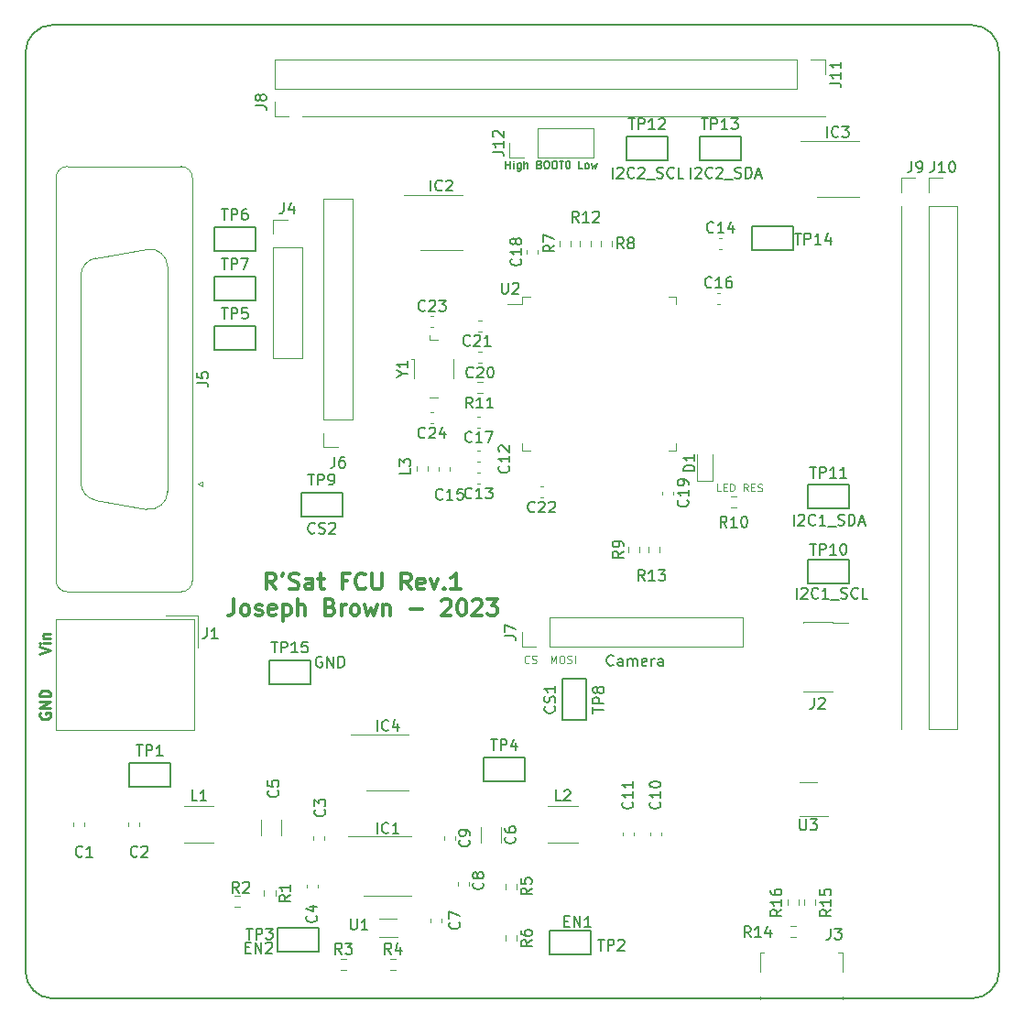
<source format=gbr>
%TF.GenerationSoftware,KiCad,Pcbnew,(6.0.7)*%
%TF.CreationDate,2023-01-27T10:25:26-08:00*%
%TF.ProjectId,FlightComputer,466c6967-6874-4436-9f6d-70757465722e,rev?*%
%TF.SameCoordinates,Original*%
%TF.FileFunction,Legend,Top*%
%TF.FilePolarity,Positive*%
%FSLAX46Y46*%
G04 Gerber Fmt 4.6, Leading zero omitted, Abs format (unit mm)*
G04 Created by KiCad (PCBNEW (6.0.7)) date 2023-01-27 10:25:26*
%MOMM*%
%LPD*%
G01*
G04 APERTURE LIST*
%TA.AperFunction,Profile*%
%ADD10C,0.200000*%
%TD*%
%ADD11C,0.300000*%
%ADD12C,0.125000*%
%ADD13C,0.150000*%
%ADD14C,0.250000*%
%ADD15C,0.120000*%
G04 APERTURE END LIST*
D10*
X227330000Y-148166000D02*
X142410000Y-148166000D01*
X229870000Y-60706000D02*
X229870000Y-145626000D01*
X229870000Y-60706000D02*
G75*
G03*
X227330000Y-58166000I-2540000J0D01*
G01*
X139870000Y-145626000D02*
X139870000Y-60706000D01*
X227330000Y-148166000D02*
G75*
G03*
X229870000Y-145626000I0J2540000D01*
G01*
X139870000Y-145626000D02*
G75*
G03*
X142410000Y-148166000I2540000J0D01*
G01*
X142410000Y-58166000D02*
X227330000Y-58166000D01*
X142410000Y-58166000D02*
G75*
G03*
X139870000Y-60706000I0J-2540000D01*
G01*
D11*
X162997571Y-110342071D02*
X162497571Y-109627785D01*
X162140428Y-110342071D02*
X162140428Y-108842071D01*
X162711857Y-108842071D01*
X162854714Y-108913500D01*
X162926142Y-108984928D01*
X162997571Y-109127785D01*
X162997571Y-109342071D01*
X162926142Y-109484928D01*
X162854714Y-109556357D01*
X162711857Y-109627785D01*
X162140428Y-109627785D01*
X163711857Y-108842071D02*
X163569000Y-109127785D01*
X164283285Y-110270642D02*
X164497571Y-110342071D01*
X164854714Y-110342071D01*
X164997571Y-110270642D01*
X165069000Y-110199214D01*
X165140428Y-110056357D01*
X165140428Y-109913500D01*
X165069000Y-109770642D01*
X164997571Y-109699214D01*
X164854714Y-109627785D01*
X164569000Y-109556357D01*
X164426142Y-109484928D01*
X164354714Y-109413500D01*
X164283285Y-109270642D01*
X164283285Y-109127785D01*
X164354714Y-108984928D01*
X164426142Y-108913500D01*
X164569000Y-108842071D01*
X164926142Y-108842071D01*
X165140428Y-108913500D01*
X166426142Y-110342071D02*
X166426142Y-109556357D01*
X166354714Y-109413500D01*
X166211857Y-109342071D01*
X165926142Y-109342071D01*
X165783285Y-109413500D01*
X166426142Y-110270642D02*
X166283285Y-110342071D01*
X165926142Y-110342071D01*
X165783285Y-110270642D01*
X165711857Y-110127785D01*
X165711857Y-109984928D01*
X165783285Y-109842071D01*
X165926142Y-109770642D01*
X166283285Y-109770642D01*
X166426142Y-109699214D01*
X166926142Y-109342071D02*
X167497571Y-109342071D01*
X167140428Y-108842071D02*
X167140428Y-110127785D01*
X167211857Y-110270642D01*
X167354714Y-110342071D01*
X167497571Y-110342071D01*
X169640428Y-109556357D02*
X169140428Y-109556357D01*
X169140428Y-110342071D02*
X169140428Y-108842071D01*
X169854714Y-108842071D01*
X171283285Y-110199214D02*
X171211857Y-110270642D01*
X170997571Y-110342071D01*
X170854714Y-110342071D01*
X170640428Y-110270642D01*
X170497571Y-110127785D01*
X170426142Y-109984928D01*
X170354714Y-109699214D01*
X170354714Y-109484928D01*
X170426142Y-109199214D01*
X170497571Y-109056357D01*
X170640428Y-108913500D01*
X170854714Y-108842071D01*
X170997571Y-108842071D01*
X171211857Y-108913500D01*
X171283285Y-108984928D01*
X171926142Y-108842071D02*
X171926142Y-110056357D01*
X171997571Y-110199214D01*
X172069000Y-110270642D01*
X172211857Y-110342071D01*
X172497571Y-110342071D01*
X172640428Y-110270642D01*
X172711857Y-110199214D01*
X172783285Y-110056357D01*
X172783285Y-108842071D01*
X175497571Y-110342071D02*
X174997571Y-109627785D01*
X174640428Y-110342071D02*
X174640428Y-108842071D01*
X175211857Y-108842071D01*
X175354714Y-108913500D01*
X175426142Y-108984928D01*
X175497571Y-109127785D01*
X175497571Y-109342071D01*
X175426142Y-109484928D01*
X175354714Y-109556357D01*
X175211857Y-109627785D01*
X174640428Y-109627785D01*
X176711857Y-110270642D02*
X176569000Y-110342071D01*
X176283285Y-110342071D01*
X176140428Y-110270642D01*
X176069000Y-110127785D01*
X176069000Y-109556357D01*
X176140428Y-109413500D01*
X176283285Y-109342071D01*
X176569000Y-109342071D01*
X176711857Y-109413500D01*
X176783285Y-109556357D01*
X176783285Y-109699214D01*
X176069000Y-109842071D01*
X177283285Y-109342071D02*
X177640428Y-110342071D01*
X177997571Y-109342071D01*
X178569000Y-110199214D02*
X178640428Y-110270642D01*
X178569000Y-110342071D01*
X178497571Y-110270642D01*
X178569000Y-110199214D01*
X178569000Y-110342071D01*
X180069000Y-110342071D02*
X179211857Y-110342071D01*
X179640428Y-110342071D02*
X179640428Y-108842071D01*
X179497571Y-109056357D01*
X179354714Y-109199214D01*
X179211857Y-109270642D01*
X159140428Y-111257071D02*
X159140428Y-112328500D01*
X159069000Y-112542785D01*
X158926142Y-112685642D01*
X158711857Y-112757071D01*
X158569000Y-112757071D01*
X160069000Y-112757071D02*
X159926142Y-112685642D01*
X159854714Y-112614214D01*
X159783285Y-112471357D01*
X159783285Y-112042785D01*
X159854714Y-111899928D01*
X159926142Y-111828500D01*
X160069000Y-111757071D01*
X160283285Y-111757071D01*
X160426142Y-111828500D01*
X160497571Y-111899928D01*
X160569000Y-112042785D01*
X160569000Y-112471357D01*
X160497571Y-112614214D01*
X160426142Y-112685642D01*
X160283285Y-112757071D01*
X160069000Y-112757071D01*
X161140428Y-112685642D02*
X161283285Y-112757071D01*
X161569000Y-112757071D01*
X161711857Y-112685642D01*
X161783285Y-112542785D01*
X161783285Y-112471357D01*
X161711857Y-112328500D01*
X161569000Y-112257071D01*
X161354714Y-112257071D01*
X161211857Y-112185642D01*
X161140428Y-112042785D01*
X161140428Y-111971357D01*
X161211857Y-111828500D01*
X161354714Y-111757071D01*
X161569000Y-111757071D01*
X161711857Y-111828500D01*
X162997571Y-112685642D02*
X162854714Y-112757071D01*
X162569000Y-112757071D01*
X162426142Y-112685642D01*
X162354714Y-112542785D01*
X162354714Y-111971357D01*
X162426142Y-111828500D01*
X162569000Y-111757071D01*
X162854714Y-111757071D01*
X162997571Y-111828500D01*
X163069000Y-111971357D01*
X163069000Y-112114214D01*
X162354714Y-112257071D01*
X163711857Y-111757071D02*
X163711857Y-113257071D01*
X163711857Y-111828500D02*
X163854714Y-111757071D01*
X164140428Y-111757071D01*
X164283285Y-111828500D01*
X164354714Y-111899928D01*
X164426142Y-112042785D01*
X164426142Y-112471357D01*
X164354714Y-112614214D01*
X164283285Y-112685642D01*
X164140428Y-112757071D01*
X163854714Y-112757071D01*
X163711857Y-112685642D01*
X165069000Y-112757071D02*
X165069000Y-111257071D01*
X165711857Y-112757071D02*
X165711857Y-111971357D01*
X165640428Y-111828500D01*
X165497571Y-111757071D01*
X165283285Y-111757071D01*
X165140428Y-111828500D01*
X165069000Y-111899928D01*
X168069000Y-111971357D02*
X168283285Y-112042785D01*
X168354714Y-112114214D01*
X168426142Y-112257071D01*
X168426142Y-112471357D01*
X168354714Y-112614214D01*
X168283285Y-112685642D01*
X168140428Y-112757071D01*
X167569000Y-112757071D01*
X167569000Y-111257071D01*
X168069000Y-111257071D01*
X168211857Y-111328500D01*
X168283285Y-111399928D01*
X168354714Y-111542785D01*
X168354714Y-111685642D01*
X168283285Y-111828500D01*
X168211857Y-111899928D01*
X168069000Y-111971357D01*
X167569000Y-111971357D01*
X169069000Y-112757071D02*
X169069000Y-111757071D01*
X169069000Y-112042785D02*
X169140428Y-111899928D01*
X169211857Y-111828500D01*
X169354714Y-111757071D01*
X169497571Y-111757071D01*
X170211857Y-112757071D02*
X170069000Y-112685642D01*
X169997571Y-112614214D01*
X169926142Y-112471357D01*
X169926142Y-112042785D01*
X169997571Y-111899928D01*
X170069000Y-111828500D01*
X170211857Y-111757071D01*
X170426142Y-111757071D01*
X170569000Y-111828500D01*
X170640428Y-111899928D01*
X170711857Y-112042785D01*
X170711857Y-112471357D01*
X170640428Y-112614214D01*
X170569000Y-112685642D01*
X170426142Y-112757071D01*
X170211857Y-112757071D01*
X171211857Y-111757071D02*
X171497571Y-112757071D01*
X171783285Y-112042785D01*
X172069000Y-112757071D01*
X172354714Y-111757071D01*
X172926142Y-111757071D02*
X172926142Y-112757071D01*
X172926142Y-111899928D02*
X172997571Y-111828500D01*
X173140428Y-111757071D01*
X173354714Y-111757071D01*
X173497571Y-111828500D01*
X173569000Y-111971357D01*
X173569000Y-112757071D01*
X175426142Y-112185642D02*
X176569000Y-112185642D01*
X178354714Y-111399928D02*
X178426142Y-111328500D01*
X178569000Y-111257071D01*
X178926142Y-111257071D01*
X179069000Y-111328500D01*
X179140428Y-111399928D01*
X179211857Y-111542785D01*
X179211857Y-111685642D01*
X179140428Y-111899928D01*
X178283285Y-112757071D01*
X179211857Y-112757071D01*
X180140428Y-111257071D02*
X180283285Y-111257071D01*
X180426142Y-111328500D01*
X180497571Y-111399928D01*
X180569000Y-111542785D01*
X180640428Y-111828500D01*
X180640428Y-112185642D01*
X180569000Y-112471357D01*
X180497571Y-112614214D01*
X180426142Y-112685642D01*
X180283285Y-112757071D01*
X180140428Y-112757071D01*
X179997571Y-112685642D01*
X179926142Y-112614214D01*
X179854714Y-112471357D01*
X179783285Y-112185642D01*
X179783285Y-111828500D01*
X179854714Y-111542785D01*
X179926142Y-111399928D01*
X179997571Y-111328500D01*
X180140428Y-111257071D01*
X181211857Y-111399928D02*
X181283285Y-111328500D01*
X181426142Y-111257071D01*
X181783285Y-111257071D01*
X181926142Y-111328500D01*
X181997571Y-111399928D01*
X182069000Y-111542785D01*
X182069000Y-111685642D01*
X181997571Y-111899928D01*
X181140428Y-112757071D01*
X182069000Y-112757071D01*
X182569000Y-111257071D02*
X183497571Y-111257071D01*
X182997571Y-111828500D01*
X183211857Y-111828500D01*
X183354714Y-111899928D01*
X183426142Y-111971357D01*
X183497571Y-112114214D01*
X183497571Y-112471357D01*
X183426142Y-112614214D01*
X183354714Y-112685642D01*
X183211857Y-112757071D01*
X182783285Y-112757071D01*
X182640428Y-112685642D01*
X182569000Y-112614214D01*
D12*
X186424333Y-117090000D02*
X186391000Y-117123333D01*
X186291000Y-117156666D01*
X186224333Y-117156666D01*
X186124333Y-117123333D01*
X186057666Y-117056666D01*
X186024333Y-116990000D01*
X185991000Y-116856666D01*
X185991000Y-116756666D01*
X186024333Y-116623333D01*
X186057666Y-116556666D01*
X186124333Y-116490000D01*
X186224333Y-116456666D01*
X186291000Y-116456666D01*
X186391000Y-116490000D01*
X186424333Y-116523333D01*
X186691000Y-117123333D02*
X186791000Y-117156666D01*
X186957666Y-117156666D01*
X187024333Y-117123333D01*
X187057666Y-117090000D01*
X187091000Y-117023333D01*
X187091000Y-116956666D01*
X187057666Y-116890000D01*
X187024333Y-116856666D01*
X186957666Y-116823333D01*
X186824333Y-116790000D01*
X186757666Y-116756666D01*
X186724333Y-116723333D01*
X186691000Y-116656666D01*
X186691000Y-116590000D01*
X186724333Y-116523333D01*
X186757666Y-116490000D01*
X186824333Y-116456666D01*
X186991000Y-116456666D01*
X187091000Y-116490000D01*
X188457666Y-117156666D02*
X188457666Y-116456666D01*
X188691000Y-116956666D01*
X188924333Y-116456666D01*
X188924333Y-117156666D01*
X189391000Y-116456666D02*
X189524333Y-116456666D01*
X189591000Y-116490000D01*
X189657666Y-116556666D01*
X189691000Y-116690000D01*
X189691000Y-116923333D01*
X189657666Y-117056666D01*
X189591000Y-117123333D01*
X189524333Y-117156666D01*
X189391000Y-117156666D01*
X189324333Y-117123333D01*
X189257666Y-117056666D01*
X189224333Y-116923333D01*
X189224333Y-116690000D01*
X189257666Y-116556666D01*
X189324333Y-116490000D01*
X189391000Y-116456666D01*
X189957666Y-117123333D02*
X190057666Y-117156666D01*
X190224333Y-117156666D01*
X190291000Y-117123333D01*
X190324333Y-117090000D01*
X190357666Y-117023333D01*
X190357666Y-116956666D01*
X190324333Y-116890000D01*
X190291000Y-116856666D01*
X190224333Y-116823333D01*
X190091000Y-116790000D01*
X190024333Y-116756666D01*
X189991000Y-116723333D01*
X189957666Y-116656666D01*
X189957666Y-116590000D01*
X189991000Y-116523333D01*
X190024333Y-116490000D01*
X190091000Y-116456666D01*
X190257666Y-116456666D01*
X190357666Y-116490000D01*
X190657666Y-117156666D02*
X190657666Y-116456666D01*
D13*
X184284666Y-71436666D02*
X184284666Y-70736666D01*
X184284666Y-71070000D02*
X184684666Y-71070000D01*
X184684666Y-71436666D02*
X184684666Y-70736666D01*
X185018000Y-71436666D02*
X185018000Y-70970000D01*
X185018000Y-70736666D02*
X184984666Y-70770000D01*
X185018000Y-70803333D01*
X185051333Y-70770000D01*
X185018000Y-70736666D01*
X185018000Y-70803333D01*
X185651333Y-70970000D02*
X185651333Y-71536666D01*
X185618000Y-71603333D01*
X185584666Y-71636666D01*
X185518000Y-71670000D01*
X185418000Y-71670000D01*
X185351333Y-71636666D01*
X185651333Y-71403333D02*
X185584666Y-71436666D01*
X185451333Y-71436666D01*
X185384666Y-71403333D01*
X185351333Y-71370000D01*
X185318000Y-71303333D01*
X185318000Y-71103333D01*
X185351333Y-71036666D01*
X185384666Y-71003333D01*
X185451333Y-70970000D01*
X185584666Y-70970000D01*
X185651333Y-71003333D01*
X185984666Y-71436666D02*
X185984666Y-70736666D01*
X186284666Y-71436666D02*
X186284666Y-71070000D01*
X186251333Y-71003333D01*
X186184666Y-70970000D01*
X186084666Y-70970000D01*
X186018000Y-71003333D01*
X185984666Y-71036666D01*
X187384666Y-71070000D02*
X187484666Y-71103333D01*
X187518000Y-71136666D01*
X187551333Y-71203333D01*
X187551333Y-71303333D01*
X187518000Y-71370000D01*
X187484666Y-71403333D01*
X187418000Y-71436666D01*
X187151333Y-71436666D01*
X187151333Y-70736666D01*
X187384666Y-70736666D01*
X187451333Y-70770000D01*
X187484666Y-70803333D01*
X187518000Y-70870000D01*
X187518000Y-70936666D01*
X187484666Y-71003333D01*
X187451333Y-71036666D01*
X187384666Y-71070000D01*
X187151333Y-71070000D01*
X187984666Y-70736666D02*
X188118000Y-70736666D01*
X188184666Y-70770000D01*
X188251333Y-70836666D01*
X188284666Y-70970000D01*
X188284666Y-71203333D01*
X188251333Y-71336666D01*
X188184666Y-71403333D01*
X188118000Y-71436666D01*
X187984666Y-71436666D01*
X187918000Y-71403333D01*
X187851333Y-71336666D01*
X187818000Y-71203333D01*
X187818000Y-70970000D01*
X187851333Y-70836666D01*
X187918000Y-70770000D01*
X187984666Y-70736666D01*
X188718000Y-70736666D02*
X188851333Y-70736666D01*
X188918000Y-70770000D01*
X188984666Y-70836666D01*
X189018000Y-70970000D01*
X189018000Y-71203333D01*
X188984666Y-71336666D01*
X188918000Y-71403333D01*
X188851333Y-71436666D01*
X188718000Y-71436666D01*
X188651333Y-71403333D01*
X188584666Y-71336666D01*
X188551333Y-71203333D01*
X188551333Y-70970000D01*
X188584666Y-70836666D01*
X188651333Y-70770000D01*
X188718000Y-70736666D01*
X189218000Y-70736666D02*
X189618000Y-70736666D01*
X189418000Y-71436666D02*
X189418000Y-70736666D01*
X189984666Y-70736666D02*
X190051333Y-70736666D01*
X190118000Y-70770000D01*
X190151333Y-70803333D01*
X190184666Y-70870000D01*
X190218000Y-71003333D01*
X190218000Y-71170000D01*
X190184666Y-71303333D01*
X190151333Y-71370000D01*
X190118000Y-71403333D01*
X190051333Y-71436666D01*
X189984666Y-71436666D01*
X189918000Y-71403333D01*
X189884666Y-71370000D01*
X189851333Y-71303333D01*
X189818000Y-71170000D01*
X189818000Y-71003333D01*
X189851333Y-70870000D01*
X189884666Y-70803333D01*
X189918000Y-70770000D01*
X189984666Y-70736666D01*
X191384666Y-71436666D02*
X191051333Y-71436666D01*
X191051333Y-70736666D01*
X191718000Y-71436666D02*
X191651333Y-71403333D01*
X191618000Y-71370000D01*
X191584666Y-71303333D01*
X191584666Y-71103333D01*
X191618000Y-71036666D01*
X191651333Y-71003333D01*
X191718000Y-70970000D01*
X191818000Y-70970000D01*
X191884666Y-71003333D01*
X191918000Y-71036666D01*
X191951333Y-71103333D01*
X191951333Y-71303333D01*
X191918000Y-71370000D01*
X191884666Y-71403333D01*
X191818000Y-71436666D01*
X191718000Y-71436666D01*
X192184666Y-70970000D02*
X192318000Y-71436666D01*
X192451333Y-71103333D01*
X192584666Y-71436666D01*
X192718000Y-70970000D01*
X160202714Y-143438571D02*
X160536047Y-143438571D01*
X160678904Y-143962380D02*
X160202714Y-143962380D01*
X160202714Y-142962380D01*
X160678904Y-142962380D01*
X161107476Y-143962380D02*
X161107476Y-142962380D01*
X161678904Y-143962380D01*
X161678904Y-142962380D01*
X162107476Y-143057619D02*
X162155095Y-143010000D01*
X162250333Y-142962380D01*
X162488428Y-142962380D01*
X162583666Y-143010000D01*
X162631285Y-143057619D01*
X162678904Y-143152857D01*
X162678904Y-143248095D01*
X162631285Y-143390952D01*
X162059857Y-143962380D01*
X162678904Y-143962380D01*
X167259095Y-116594000D02*
X167163857Y-116546380D01*
X167021000Y-116546380D01*
X166878142Y-116594000D01*
X166782904Y-116689238D01*
X166735285Y-116784476D01*
X166687666Y-116974952D01*
X166687666Y-117117809D01*
X166735285Y-117308285D01*
X166782904Y-117403523D01*
X166878142Y-117498761D01*
X167021000Y-117546380D01*
X167116238Y-117546380D01*
X167259095Y-117498761D01*
X167306714Y-117451142D01*
X167306714Y-117117809D01*
X167116238Y-117117809D01*
X167735285Y-117546380D02*
X167735285Y-116546380D01*
X168306714Y-117546380D01*
X168306714Y-116546380D01*
X168782904Y-117546380D02*
X168782904Y-116546380D01*
X169021000Y-116546380D01*
X169163857Y-116594000D01*
X169259095Y-116689238D01*
X169306714Y-116784476D01*
X169354333Y-116974952D01*
X169354333Y-117117809D01*
X169306714Y-117308285D01*
X169259095Y-117403523D01*
X169163857Y-117498761D01*
X169021000Y-117546380D01*
X168782904Y-117546380D01*
X189666714Y-141025571D02*
X190000047Y-141025571D01*
X190142904Y-141549380D02*
X189666714Y-141549380D01*
X189666714Y-140549380D01*
X190142904Y-140549380D01*
X190571476Y-141549380D02*
X190571476Y-140549380D01*
X191142904Y-141549380D01*
X191142904Y-140549380D01*
X192142904Y-141549380D02*
X191571476Y-141549380D01*
X191857190Y-141549380D02*
X191857190Y-140549380D01*
X191761952Y-140692238D01*
X191666714Y-140787476D01*
X191571476Y-140835095D01*
D12*
X204150333Y-101281666D02*
X203817000Y-101281666D01*
X203817000Y-100581666D01*
X204383666Y-100915000D02*
X204617000Y-100915000D01*
X204717000Y-101281666D02*
X204383666Y-101281666D01*
X204383666Y-100581666D01*
X204717000Y-100581666D01*
X205017000Y-101281666D02*
X205017000Y-100581666D01*
X205183666Y-100581666D01*
X205283666Y-100615000D01*
X205350333Y-100681666D01*
X205383666Y-100748333D01*
X205417000Y-100881666D01*
X205417000Y-100981666D01*
X205383666Y-101115000D01*
X205350333Y-101181666D01*
X205283666Y-101248333D01*
X205183666Y-101281666D01*
X205017000Y-101281666D01*
X206650333Y-101281666D02*
X206417000Y-100948333D01*
X206250333Y-101281666D02*
X206250333Y-100581666D01*
X206517000Y-100581666D01*
X206583666Y-100615000D01*
X206617000Y-100648333D01*
X206650333Y-100715000D01*
X206650333Y-100815000D01*
X206617000Y-100881666D01*
X206583666Y-100915000D01*
X206517000Y-100948333D01*
X206250333Y-100948333D01*
X206950333Y-100915000D02*
X207183666Y-100915000D01*
X207283666Y-101281666D02*
X206950333Y-101281666D01*
X206950333Y-100581666D01*
X207283666Y-100581666D01*
X207550333Y-101248333D02*
X207650333Y-101281666D01*
X207817000Y-101281666D01*
X207883666Y-101248333D01*
X207917000Y-101215000D01*
X207950333Y-101148333D01*
X207950333Y-101081666D01*
X207917000Y-101015000D01*
X207883666Y-100981666D01*
X207817000Y-100948333D01*
X207683666Y-100915000D01*
X207617000Y-100881666D01*
X207583666Y-100848333D01*
X207550333Y-100781666D01*
X207550333Y-100715000D01*
X207583666Y-100648333D01*
X207617000Y-100615000D01*
X207683666Y-100581666D01*
X207850333Y-100581666D01*
X207950333Y-100615000D01*
D14*
X141232000Y-121768761D02*
X141184380Y-121864000D01*
X141184380Y-122006857D01*
X141232000Y-122149714D01*
X141327238Y-122244952D01*
X141422476Y-122292571D01*
X141612952Y-122340190D01*
X141755809Y-122340190D01*
X141946285Y-122292571D01*
X142041523Y-122244952D01*
X142136761Y-122149714D01*
X142184380Y-122006857D01*
X142184380Y-121911619D01*
X142136761Y-121768761D01*
X142089142Y-121721142D01*
X141755809Y-121721142D01*
X141755809Y-121911619D01*
X142184380Y-121292571D02*
X141184380Y-121292571D01*
X142184380Y-120721142D01*
X141184380Y-120721142D01*
X142184380Y-120244952D02*
X141184380Y-120244952D01*
X141184380Y-120006857D01*
X141232000Y-119864000D01*
X141327238Y-119768761D01*
X141422476Y-119721142D01*
X141612952Y-119673523D01*
X141755809Y-119673523D01*
X141946285Y-119721142D01*
X142041523Y-119768761D01*
X142136761Y-119864000D01*
X142184380Y-120006857D01*
X142184380Y-120244952D01*
X141184380Y-116340190D02*
X142184380Y-116006857D01*
X141184380Y-115673523D01*
X142184380Y-115340190D02*
X141517714Y-115340190D01*
X141184380Y-115340190D02*
X141232000Y-115387809D01*
X141279619Y-115340190D01*
X141232000Y-115292571D01*
X141184380Y-115340190D01*
X141279619Y-115340190D01*
X141517714Y-114864000D02*
X142184380Y-114864000D01*
X141612952Y-114864000D02*
X141565333Y-114816380D01*
X141517714Y-114721142D01*
X141517714Y-114578285D01*
X141565333Y-114483047D01*
X141660571Y-114435428D01*
X142184380Y-114435428D01*
D13*
%TO.C,IC4*%
X172378809Y-123417380D02*
X172378809Y-122417380D01*
X173426428Y-123322142D02*
X173378809Y-123369761D01*
X173235952Y-123417380D01*
X173140714Y-123417380D01*
X172997857Y-123369761D01*
X172902619Y-123274523D01*
X172855000Y-123179285D01*
X172807380Y-122988809D01*
X172807380Y-122845952D01*
X172855000Y-122655476D01*
X172902619Y-122560238D01*
X172997857Y-122465000D01*
X173140714Y-122417380D01*
X173235952Y-122417380D01*
X173378809Y-122465000D01*
X173426428Y-122512619D01*
X174283571Y-122750714D02*
X174283571Y-123417380D01*
X174045476Y-122369761D02*
X173807380Y-123084047D01*
X174426428Y-123084047D01*
%TO.C,TP3*%
X160282095Y-141692380D02*
X160853523Y-141692380D01*
X160567809Y-142692380D02*
X160567809Y-141692380D01*
X161186857Y-142692380D02*
X161186857Y-141692380D01*
X161567809Y-141692380D01*
X161663047Y-141740000D01*
X161710666Y-141787619D01*
X161758285Y-141882857D01*
X161758285Y-142025714D01*
X161710666Y-142120952D01*
X161663047Y-142168571D01*
X161567809Y-142216190D01*
X161186857Y-142216190D01*
X162091619Y-141692380D02*
X162710666Y-141692380D01*
X162377333Y-142073333D01*
X162520190Y-142073333D01*
X162615428Y-142120952D01*
X162663047Y-142168571D01*
X162710666Y-142263809D01*
X162710666Y-142501904D01*
X162663047Y-142597142D01*
X162615428Y-142644761D01*
X162520190Y-142692380D01*
X162234476Y-142692380D01*
X162139238Y-142644761D01*
X162091619Y-142597142D01*
%TO.C,TP8*%
X192329380Y-121784904D02*
X192329380Y-121213476D01*
X193329380Y-121499190D02*
X192329380Y-121499190D01*
X193329380Y-120880142D02*
X192329380Y-120880142D01*
X192329380Y-120499190D01*
X192377000Y-120403952D01*
X192424619Y-120356333D01*
X192519857Y-120308714D01*
X192662714Y-120308714D01*
X192757952Y-120356333D01*
X192805571Y-120403952D01*
X192853190Y-120499190D01*
X192853190Y-120880142D01*
X192757952Y-119737285D02*
X192710333Y-119832523D01*
X192662714Y-119880142D01*
X192567476Y-119927761D01*
X192519857Y-119927761D01*
X192424619Y-119880142D01*
X192377000Y-119832523D01*
X192329380Y-119737285D01*
X192329380Y-119546809D01*
X192377000Y-119451571D01*
X192424619Y-119403952D01*
X192519857Y-119356333D01*
X192567476Y-119356333D01*
X192662714Y-119403952D01*
X192710333Y-119451571D01*
X192757952Y-119546809D01*
X192757952Y-119737285D01*
X192805571Y-119832523D01*
X192853190Y-119880142D01*
X192948428Y-119927761D01*
X193138904Y-119927761D01*
X193234142Y-119880142D01*
X193281761Y-119832523D01*
X193329380Y-119737285D01*
X193329380Y-119546809D01*
X193281761Y-119451571D01*
X193234142Y-119403952D01*
X193138904Y-119356333D01*
X192948428Y-119356333D01*
X192853190Y-119403952D01*
X192805571Y-119451571D01*
X192757952Y-119546809D01*
X188734142Y-121165857D02*
X188781761Y-121213476D01*
X188829380Y-121356333D01*
X188829380Y-121451571D01*
X188781761Y-121594428D01*
X188686523Y-121689666D01*
X188591285Y-121737285D01*
X188400809Y-121784904D01*
X188257952Y-121784904D01*
X188067476Y-121737285D01*
X187972238Y-121689666D01*
X187877000Y-121594428D01*
X187829380Y-121451571D01*
X187829380Y-121356333D01*
X187877000Y-121213476D01*
X187924619Y-121165857D01*
X188781761Y-120784904D02*
X188829380Y-120642047D01*
X188829380Y-120403952D01*
X188781761Y-120308714D01*
X188734142Y-120261095D01*
X188638904Y-120213476D01*
X188543666Y-120213476D01*
X188448428Y-120261095D01*
X188400809Y-120308714D01*
X188353190Y-120403952D01*
X188305571Y-120594428D01*
X188257952Y-120689666D01*
X188210333Y-120737285D01*
X188115095Y-120784904D01*
X188019857Y-120784904D01*
X187924619Y-120737285D01*
X187877000Y-120689666D01*
X187829380Y-120594428D01*
X187829380Y-120356333D01*
X187877000Y-120213476D01*
X188829380Y-119261095D02*
X188829380Y-119832523D01*
X188829380Y-119546809D02*
X187829380Y-119546809D01*
X187972238Y-119642047D01*
X188067476Y-119737285D01*
X188115095Y-119832523D01*
%TO.C,L1*%
X155728333Y-129882380D02*
X155252142Y-129882380D01*
X155252142Y-128882380D01*
X156585476Y-129882380D02*
X156014047Y-129882380D01*
X156299761Y-129882380D02*
X156299761Y-128882380D01*
X156204523Y-129025238D01*
X156109285Y-129120476D01*
X156014047Y-129168095D01*
%TO.C,TP13*%
X202350904Y-66798380D02*
X202922333Y-66798380D01*
X202636619Y-67798380D02*
X202636619Y-66798380D01*
X203255666Y-67798380D02*
X203255666Y-66798380D01*
X203636619Y-66798380D01*
X203731857Y-66846000D01*
X203779476Y-66893619D01*
X203827095Y-66988857D01*
X203827095Y-67131714D01*
X203779476Y-67226952D01*
X203731857Y-67274571D01*
X203636619Y-67322190D01*
X203255666Y-67322190D01*
X204779476Y-67798380D02*
X204208047Y-67798380D01*
X204493761Y-67798380D02*
X204493761Y-66798380D01*
X204398523Y-66941238D01*
X204303285Y-67036476D01*
X204208047Y-67084095D01*
X205112809Y-66798380D02*
X205731857Y-66798380D01*
X205398523Y-67179333D01*
X205541380Y-67179333D01*
X205636619Y-67226952D01*
X205684238Y-67274571D01*
X205731857Y-67369809D01*
X205731857Y-67607904D01*
X205684238Y-67703142D01*
X205636619Y-67750761D01*
X205541380Y-67798380D01*
X205255666Y-67798380D01*
X205160428Y-67750761D01*
X205112809Y-67703142D01*
X201358904Y-72334380D02*
X201358904Y-71334380D01*
X201787476Y-71429619D02*
X201835095Y-71382000D01*
X201930333Y-71334380D01*
X202168428Y-71334380D01*
X202263666Y-71382000D01*
X202311285Y-71429619D01*
X202358904Y-71524857D01*
X202358904Y-71620095D01*
X202311285Y-71762952D01*
X201739857Y-72334380D01*
X202358904Y-72334380D01*
X203358904Y-72239142D02*
X203311285Y-72286761D01*
X203168428Y-72334380D01*
X203073190Y-72334380D01*
X202930333Y-72286761D01*
X202835095Y-72191523D01*
X202787476Y-72096285D01*
X202739857Y-71905809D01*
X202739857Y-71762952D01*
X202787476Y-71572476D01*
X202835095Y-71477238D01*
X202930333Y-71382000D01*
X203073190Y-71334380D01*
X203168428Y-71334380D01*
X203311285Y-71382000D01*
X203358904Y-71429619D01*
X203739857Y-71429619D02*
X203787476Y-71382000D01*
X203882714Y-71334380D01*
X204120809Y-71334380D01*
X204216047Y-71382000D01*
X204263666Y-71429619D01*
X204311285Y-71524857D01*
X204311285Y-71620095D01*
X204263666Y-71762952D01*
X203692238Y-72334380D01*
X204311285Y-72334380D01*
X204501761Y-72429619D02*
X205263666Y-72429619D01*
X205454142Y-72286761D02*
X205597000Y-72334380D01*
X205835095Y-72334380D01*
X205930333Y-72286761D01*
X205977952Y-72239142D01*
X206025571Y-72143904D01*
X206025571Y-72048666D01*
X205977952Y-71953428D01*
X205930333Y-71905809D01*
X205835095Y-71858190D01*
X205644619Y-71810571D01*
X205549380Y-71762952D01*
X205501761Y-71715333D01*
X205454142Y-71620095D01*
X205454142Y-71524857D01*
X205501761Y-71429619D01*
X205549380Y-71382000D01*
X205644619Y-71334380D01*
X205882714Y-71334380D01*
X206025571Y-71382000D01*
X206454142Y-72334380D02*
X206454142Y-71334380D01*
X206692238Y-71334380D01*
X206835095Y-71382000D01*
X206930333Y-71477238D01*
X206977952Y-71572476D01*
X207025571Y-71762952D01*
X207025571Y-71905809D01*
X206977952Y-72096285D01*
X206930333Y-72191523D01*
X206835095Y-72286761D01*
X206692238Y-72334380D01*
X206454142Y-72334380D01*
X207406523Y-72048666D02*
X207882714Y-72048666D01*
X207311285Y-72334380D02*
X207644619Y-71334380D01*
X207977952Y-72334380D01*
%TO.C,C13*%
X181120642Y-101863142D02*
X181073023Y-101910761D01*
X180930166Y-101958380D01*
X180834928Y-101958380D01*
X180692071Y-101910761D01*
X180596833Y-101815523D01*
X180549214Y-101720285D01*
X180501595Y-101529809D01*
X180501595Y-101386952D01*
X180549214Y-101196476D01*
X180596833Y-101101238D01*
X180692071Y-101006000D01*
X180834928Y-100958380D01*
X180930166Y-100958380D01*
X181073023Y-101006000D01*
X181120642Y-101053619D01*
X182073023Y-101958380D02*
X181501595Y-101958380D01*
X181787309Y-101958380D02*
X181787309Y-100958380D01*
X181692071Y-101101238D01*
X181596833Y-101196476D01*
X181501595Y-101244095D01*
X182406357Y-100958380D02*
X183025404Y-100958380D01*
X182692071Y-101339333D01*
X182834928Y-101339333D01*
X182930166Y-101386952D01*
X182977785Y-101434571D01*
X183025404Y-101529809D01*
X183025404Y-101767904D01*
X182977785Y-101863142D01*
X182930166Y-101910761D01*
X182834928Y-101958380D01*
X182549214Y-101958380D01*
X182453976Y-101910761D01*
X182406357Y-101863142D01*
%TO.C,C23*%
X176802642Y-84525142D02*
X176755023Y-84572761D01*
X176612166Y-84620380D01*
X176516928Y-84620380D01*
X176374071Y-84572761D01*
X176278833Y-84477523D01*
X176231214Y-84382285D01*
X176183595Y-84191809D01*
X176183595Y-84048952D01*
X176231214Y-83858476D01*
X176278833Y-83763238D01*
X176374071Y-83668000D01*
X176516928Y-83620380D01*
X176612166Y-83620380D01*
X176755023Y-83668000D01*
X176802642Y-83715619D01*
X177183595Y-83715619D02*
X177231214Y-83668000D01*
X177326452Y-83620380D01*
X177564547Y-83620380D01*
X177659785Y-83668000D01*
X177707404Y-83715619D01*
X177755023Y-83810857D01*
X177755023Y-83906095D01*
X177707404Y-84048952D01*
X177135976Y-84620380D01*
X177755023Y-84620380D01*
X178088357Y-83620380D02*
X178707404Y-83620380D01*
X178374071Y-84001333D01*
X178516928Y-84001333D01*
X178612166Y-84048952D01*
X178659785Y-84096571D01*
X178707404Y-84191809D01*
X178707404Y-84429904D01*
X178659785Y-84525142D01*
X178612166Y-84572761D01*
X178516928Y-84620380D01*
X178231214Y-84620380D01*
X178135976Y-84572761D01*
X178088357Y-84525142D01*
%TO.C,C9*%
X180857142Y-133516666D02*
X180904761Y-133564285D01*
X180952380Y-133707142D01*
X180952380Y-133802380D01*
X180904761Y-133945238D01*
X180809523Y-134040476D01*
X180714285Y-134088095D01*
X180523809Y-134135714D01*
X180380952Y-134135714D01*
X180190476Y-134088095D01*
X180095238Y-134040476D01*
X180000000Y-133945238D01*
X179952380Y-133802380D01*
X179952380Y-133707142D01*
X180000000Y-133564285D01*
X180047619Y-133516666D01*
X180952380Y-133040476D02*
X180952380Y-132850000D01*
X180904761Y-132754761D01*
X180857142Y-132707142D01*
X180714285Y-132611904D01*
X180523809Y-132564285D01*
X180142857Y-132564285D01*
X180047619Y-132611904D01*
X180000000Y-132659523D01*
X179952380Y-132754761D01*
X179952380Y-132945238D01*
X180000000Y-133040476D01*
X180047619Y-133088095D01*
X180142857Y-133135714D01*
X180380952Y-133135714D01*
X180476190Y-133088095D01*
X180523809Y-133040476D01*
X180571428Y-132945238D01*
X180571428Y-132754761D01*
X180523809Y-132659523D01*
X180476190Y-132611904D01*
X180380952Y-132564285D01*
%TO.C,C6*%
X185087142Y-133224166D02*
X185134761Y-133271785D01*
X185182380Y-133414642D01*
X185182380Y-133509880D01*
X185134761Y-133652738D01*
X185039523Y-133747976D01*
X184944285Y-133795595D01*
X184753809Y-133843214D01*
X184610952Y-133843214D01*
X184420476Y-133795595D01*
X184325238Y-133747976D01*
X184230000Y-133652738D01*
X184182380Y-133509880D01*
X184182380Y-133414642D01*
X184230000Y-133271785D01*
X184277619Y-133224166D01*
X184182380Y-132367023D02*
X184182380Y-132557500D01*
X184230000Y-132652738D01*
X184277619Y-132700357D01*
X184420476Y-132795595D01*
X184610952Y-132843214D01*
X184991904Y-132843214D01*
X185087142Y-132795595D01*
X185134761Y-132747976D01*
X185182380Y-132652738D01*
X185182380Y-132462261D01*
X185134761Y-132367023D01*
X185087142Y-132319404D01*
X184991904Y-132271785D01*
X184753809Y-132271785D01*
X184658571Y-132319404D01*
X184610952Y-132367023D01*
X184563333Y-132462261D01*
X184563333Y-132652738D01*
X184610952Y-132747976D01*
X184658571Y-132795595D01*
X184753809Y-132843214D01*
%TO.C,R14*%
X206913642Y-142502380D02*
X206580309Y-142026190D01*
X206342214Y-142502380D02*
X206342214Y-141502380D01*
X206723166Y-141502380D01*
X206818404Y-141550000D01*
X206866023Y-141597619D01*
X206913642Y-141692857D01*
X206913642Y-141835714D01*
X206866023Y-141930952D01*
X206818404Y-141978571D01*
X206723166Y-142026190D01*
X206342214Y-142026190D01*
X207866023Y-142502380D02*
X207294595Y-142502380D01*
X207580309Y-142502380D02*
X207580309Y-141502380D01*
X207485071Y-141645238D01*
X207389833Y-141740476D01*
X207294595Y-141788095D01*
X208723166Y-141835714D02*
X208723166Y-142502380D01*
X208485071Y-141454761D02*
X208246976Y-142169047D01*
X208866023Y-142169047D01*
%TO.C,TP6*%
X157996095Y-75180380D02*
X158567523Y-75180380D01*
X158281809Y-76180380D02*
X158281809Y-75180380D01*
X158900857Y-76180380D02*
X158900857Y-75180380D01*
X159281809Y-75180380D01*
X159377047Y-75228000D01*
X159424666Y-75275619D01*
X159472285Y-75370857D01*
X159472285Y-75513714D01*
X159424666Y-75608952D01*
X159377047Y-75656571D01*
X159281809Y-75704190D01*
X158900857Y-75704190D01*
X160329428Y-75180380D02*
X160138952Y-75180380D01*
X160043714Y-75228000D01*
X159996095Y-75275619D01*
X159900857Y-75418476D01*
X159853238Y-75608952D01*
X159853238Y-75989904D01*
X159900857Y-76085142D01*
X159948476Y-76132761D01*
X160043714Y-76180380D01*
X160234190Y-76180380D01*
X160329428Y-76132761D01*
X160377047Y-76085142D01*
X160424666Y-75989904D01*
X160424666Y-75751809D01*
X160377047Y-75656571D01*
X160329428Y-75608952D01*
X160234190Y-75561333D01*
X160043714Y-75561333D01*
X159948476Y-75608952D01*
X159900857Y-75656571D01*
X159853238Y-75751809D01*
%TO.C,C15*%
X178429142Y-101957142D02*
X178381523Y-102004761D01*
X178238666Y-102052380D01*
X178143428Y-102052380D01*
X178000571Y-102004761D01*
X177905333Y-101909523D01*
X177857714Y-101814285D01*
X177810095Y-101623809D01*
X177810095Y-101480952D01*
X177857714Y-101290476D01*
X177905333Y-101195238D01*
X178000571Y-101100000D01*
X178143428Y-101052380D01*
X178238666Y-101052380D01*
X178381523Y-101100000D01*
X178429142Y-101147619D01*
X179381523Y-102052380D02*
X178810095Y-102052380D01*
X179095809Y-102052380D02*
X179095809Y-101052380D01*
X179000571Y-101195238D01*
X178905333Y-101290476D01*
X178810095Y-101338095D01*
X180286285Y-101052380D02*
X179810095Y-101052380D01*
X179762476Y-101528571D01*
X179810095Y-101480952D01*
X179905333Y-101433333D01*
X180143428Y-101433333D01*
X180238666Y-101480952D01*
X180286285Y-101528571D01*
X180333904Y-101623809D01*
X180333904Y-101861904D01*
X180286285Y-101957142D01*
X180238666Y-102004761D01*
X180143428Y-102052380D01*
X179905333Y-102052380D01*
X179810095Y-102004761D01*
X179762476Y-101957142D01*
%TO.C,IC3*%
X213972809Y-68541380D02*
X213972809Y-67541380D01*
X215020428Y-68446142D02*
X214972809Y-68493761D01*
X214829952Y-68541380D01*
X214734714Y-68541380D01*
X214591857Y-68493761D01*
X214496619Y-68398523D01*
X214449000Y-68303285D01*
X214401380Y-68112809D01*
X214401380Y-67969952D01*
X214449000Y-67779476D01*
X214496619Y-67684238D01*
X214591857Y-67589000D01*
X214734714Y-67541380D01*
X214829952Y-67541380D01*
X214972809Y-67589000D01*
X215020428Y-67636619D01*
X215353761Y-67541380D02*
X215972809Y-67541380D01*
X215639476Y-67922333D01*
X215782333Y-67922333D01*
X215877571Y-67969952D01*
X215925190Y-68017571D01*
X215972809Y-68112809D01*
X215972809Y-68350904D01*
X215925190Y-68446142D01*
X215877571Y-68493761D01*
X215782333Y-68541380D01*
X215496619Y-68541380D01*
X215401380Y-68493761D01*
X215353761Y-68446142D01*
%TO.C,R5*%
X186667380Y-137961666D02*
X186191190Y-138295000D01*
X186667380Y-138533095D02*
X185667380Y-138533095D01*
X185667380Y-138152142D01*
X185715000Y-138056904D01*
X185762619Y-138009285D01*
X185857857Y-137961666D01*
X186000714Y-137961666D01*
X186095952Y-138009285D01*
X186143571Y-138056904D01*
X186191190Y-138152142D01*
X186191190Y-138533095D01*
X185667380Y-137056904D02*
X185667380Y-137533095D01*
X186143571Y-137580714D01*
X186095952Y-137533095D01*
X186048333Y-137437857D01*
X186048333Y-137199761D01*
X186095952Y-137104523D01*
X186143571Y-137056904D01*
X186238809Y-137009285D01*
X186476904Y-137009285D01*
X186572142Y-137056904D01*
X186619761Y-137104523D01*
X186667380Y-137199761D01*
X186667380Y-137437857D01*
X186619761Y-137533095D01*
X186572142Y-137580714D01*
%TO.C,C19*%
X201050142Y-102089357D02*
X201097761Y-102136976D01*
X201145380Y-102279833D01*
X201145380Y-102375071D01*
X201097761Y-102517928D01*
X201002523Y-102613166D01*
X200907285Y-102660785D01*
X200716809Y-102708404D01*
X200573952Y-102708404D01*
X200383476Y-102660785D01*
X200288238Y-102613166D01*
X200193000Y-102517928D01*
X200145380Y-102375071D01*
X200145380Y-102279833D01*
X200193000Y-102136976D01*
X200240619Y-102089357D01*
X201145380Y-101136976D02*
X201145380Y-101708404D01*
X201145380Y-101422690D02*
X200145380Y-101422690D01*
X200288238Y-101517928D01*
X200383476Y-101613166D01*
X200431095Y-101708404D01*
X201145380Y-100660785D02*
X201145380Y-100470309D01*
X201097761Y-100375071D01*
X201050142Y-100327452D01*
X200907285Y-100232214D01*
X200716809Y-100184595D01*
X200335857Y-100184595D01*
X200240619Y-100232214D01*
X200193000Y-100279833D01*
X200145380Y-100375071D01*
X200145380Y-100565547D01*
X200193000Y-100660785D01*
X200240619Y-100708404D01*
X200335857Y-100756023D01*
X200573952Y-100756023D01*
X200669190Y-100708404D01*
X200716809Y-100660785D01*
X200764428Y-100565547D01*
X200764428Y-100375071D01*
X200716809Y-100279833D01*
X200669190Y-100232214D01*
X200573952Y-100184595D01*
%TO.C,C17*%
X181120642Y-96656142D02*
X181073023Y-96703761D01*
X180930166Y-96751380D01*
X180834928Y-96751380D01*
X180692071Y-96703761D01*
X180596833Y-96608523D01*
X180549214Y-96513285D01*
X180501595Y-96322809D01*
X180501595Y-96179952D01*
X180549214Y-95989476D01*
X180596833Y-95894238D01*
X180692071Y-95799000D01*
X180834928Y-95751380D01*
X180930166Y-95751380D01*
X181073023Y-95799000D01*
X181120642Y-95846619D01*
X182073023Y-96751380D02*
X181501595Y-96751380D01*
X181787309Y-96751380D02*
X181787309Y-95751380D01*
X181692071Y-95894238D01*
X181596833Y-95989476D01*
X181501595Y-96037095D01*
X182406357Y-95751380D02*
X183073023Y-95751380D01*
X182644452Y-96751380D01*
%TO.C,C22*%
X186936142Y-103133142D02*
X186888523Y-103180761D01*
X186745666Y-103228380D01*
X186650428Y-103228380D01*
X186507571Y-103180761D01*
X186412333Y-103085523D01*
X186364714Y-102990285D01*
X186317095Y-102799809D01*
X186317095Y-102656952D01*
X186364714Y-102466476D01*
X186412333Y-102371238D01*
X186507571Y-102276000D01*
X186650428Y-102228380D01*
X186745666Y-102228380D01*
X186888523Y-102276000D01*
X186936142Y-102323619D01*
X187317095Y-102323619D02*
X187364714Y-102276000D01*
X187459952Y-102228380D01*
X187698047Y-102228380D01*
X187793285Y-102276000D01*
X187840904Y-102323619D01*
X187888523Y-102418857D01*
X187888523Y-102514095D01*
X187840904Y-102656952D01*
X187269476Y-103228380D01*
X187888523Y-103228380D01*
X188269476Y-102323619D02*
X188317095Y-102276000D01*
X188412333Y-102228380D01*
X188650428Y-102228380D01*
X188745666Y-102276000D01*
X188793285Y-102323619D01*
X188840904Y-102418857D01*
X188840904Y-102514095D01*
X188793285Y-102656952D01*
X188221857Y-103228380D01*
X188840904Y-103228380D01*
%TO.C,C10*%
X198472142Y-130002857D02*
X198519761Y-130050476D01*
X198567380Y-130193333D01*
X198567380Y-130288571D01*
X198519761Y-130431428D01*
X198424523Y-130526666D01*
X198329285Y-130574285D01*
X198138809Y-130621904D01*
X197995952Y-130621904D01*
X197805476Y-130574285D01*
X197710238Y-130526666D01*
X197615000Y-130431428D01*
X197567380Y-130288571D01*
X197567380Y-130193333D01*
X197615000Y-130050476D01*
X197662619Y-130002857D01*
X198567380Y-129050476D02*
X198567380Y-129621904D01*
X198567380Y-129336190D02*
X197567380Y-129336190D01*
X197710238Y-129431428D01*
X197805476Y-129526666D01*
X197853095Y-129621904D01*
X197567380Y-128431428D02*
X197567380Y-128336190D01*
X197615000Y-128240952D01*
X197662619Y-128193333D01*
X197757857Y-128145714D01*
X197948333Y-128098095D01*
X198186428Y-128098095D01*
X198376904Y-128145714D01*
X198472142Y-128193333D01*
X198519761Y-128240952D01*
X198567380Y-128336190D01*
X198567380Y-128431428D01*
X198519761Y-128526666D01*
X198472142Y-128574285D01*
X198376904Y-128621904D01*
X198186428Y-128669523D01*
X197948333Y-128669523D01*
X197757857Y-128621904D01*
X197662619Y-128574285D01*
X197615000Y-128526666D01*
X197567380Y-128431428D01*
%TO.C,TP2*%
X192794095Y-142708380D02*
X193365523Y-142708380D01*
X193079809Y-143708380D02*
X193079809Y-142708380D01*
X193698857Y-143708380D02*
X193698857Y-142708380D01*
X194079809Y-142708380D01*
X194175047Y-142756000D01*
X194222666Y-142803619D01*
X194270285Y-142898857D01*
X194270285Y-143041714D01*
X194222666Y-143136952D01*
X194175047Y-143184571D01*
X194079809Y-143232190D01*
X193698857Y-143232190D01*
X194651238Y-142803619D02*
X194698857Y-142756000D01*
X194794095Y-142708380D01*
X195032190Y-142708380D01*
X195127428Y-142756000D01*
X195175047Y-142803619D01*
X195222666Y-142898857D01*
X195222666Y-142994095D01*
X195175047Y-143136952D01*
X194603619Y-143708380D01*
X195222666Y-143708380D01*
%TO.C,D1*%
X201714380Y-99417095D02*
X200714380Y-99417095D01*
X200714380Y-99179000D01*
X200762000Y-99036142D01*
X200857238Y-98940904D01*
X200952476Y-98893285D01*
X201142952Y-98845666D01*
X201285809Y-98845666D01*
X201476285Y-98893285D01*
X201571523Y-98940904D01*
X201666761Y-99036142D01*
X201714380Y-99179000D01*
X201714380Y-99417095D01*
X201714380Y-97893285D02*
X201714380Y-98464714D01*
X201714380Y-98179000D02*
X200714380Y-98179000D01*
X200857238Y-98274238D01*
X200952476Y-98369476D01*
X201000095Y-98464714D01*
%TO.C,J8*%
X161123380Y-65611333D02*
X161837666Y-65611333D01*
X161980523Y-65658952D01*
X162075761Y-65754190D01*
X162123380Y-65897047D01*
X162123380Y-65992285D01*
X161551952Y-64992285D02*
X161504333Y-65087523D01*
X161456714Y-65135142D01*
X161361476Y-65182761D01*
X161313857Y-65182761D01*
X161218619Y-65135142D01*
X161171000Y-65087523D01*
X161123380Y-64992285D01*
X161123380Y-64801809D01*
X161171000Y-64706571D01*
X161218619Y-64658952D01*
X161313857Y-64611333D01*
X161361476Y-64611333D01*
X161456714Y-64658952D01*
X161504333Y-64706571D01*
X161551952Y-64801809D01*
X161551952Y-64992285D01*
X161599571Y-65087523D01*
X161647190Y-65135142D01*
X161742428Y-65182761D01*
X161932904Y-65182761D01*
X162028142Y-65135142D01*
X162075761Y-65087523D01*
X162123380Y-64992285D01*
X162123380Y-64801809D01*
X162075761Y-64706571D01*
X162028142Y-64658952D01*
X161932904Y-64611333D01*
X161742428Y-64611333D01*
X161647190Y-64658952D01*
X161599571Y-64706571D01*
X161551952Y-64801809D01*
%TO.C,J2*%
X212772666Y-120356380D02*
X212772666Y-121070666D01*
X212725047Y-121213523D01*
X212629809Y-121308761D01*
X212486952Y-121356380D01*
X212391714Y-121356380D01*
X213201238Y-120451619D02*
X213248857Y-120404000D01*
X213344095Y-120356380D01*
X213582190Y-120356380D01*
X213677428Y-120404000D01*
X213725047Y-120451619D01*
X213772666Y-120546857D01*
X213772666Y-120642095D01*
X213725047Y-120784952D01*
X213153619Y-121356380D01*
X213772666Y-121356380D01*
%TO.C,R9*%
X195143380Y-106823166D02*
X194667190Y-107156500D01*
X195143380Y-107394595D02*
X194143380Y-107394595D01*
X194143380Y-107013642D01*
X194191000Y-106918404D01*
X194238619Y-106870785D01*
X194333857Y-106823166D01*
X194476714Y-106823166D01*
X194571952Y-106870785D01*
X194619571Y-106918404D01*
X194667190Y-107013642D01*
X194667190Y-107394595D01*
X195143380Y-106346976D02*
X195143380Y-106156500D01*
X195095761Y-106061261D01*
X195048142Y-106013642D01*
X194905285Y-105918404D01*
X194714809Y-105870785D01*
X194333857Y-105870785D01*
X194238619Y-105918404D01*
X194191000Y-105966023D01*
X194143380Y-106061261D01*
X194143380Y-106251738D01*
X194191000Y-106346976D01*
X194238619Y-106394595D01*
X194333857Y-106442214D01*
X194571952Y-106442214D01*
X194667190Y-106394595D01*
X194714809Y-106346976D01*
X194762428Y-106251738D01*
X194762428Y-106061261D01*
X194714809Y-105966023D01*
X194667190Y-105918404D01*
X194571952Y-105870785D01*
%TO.C,J4*%
X163750666Y-74597380D02*
X163750666Y-75311666D01*
X163703047Y-75454523D01*
X163607809Y-75549761D01*
X163464952Y-75597380D01*
X163369714Y-75597380D01*
X164655428Y-74930714D02*
X164655428Y-75597380D01*
X164417333Y-74549761D02*
X164179238Y-75264047D01*
X164798285Y-75264047D01*
%TO.C,R11*%
X181197642Y-93576380D02*
X180864309Y-93100190D01*
X180626214Y-93576380D02*
X180626214Y-92576380D01*
X181007166Y-92576380D01*
X181102404Y-92624000D01*
X181150023Y-92671619D01*
X181197642Y-92766857D01*
X181197642Y-92909714D01*
X181150023Y-93004952D01*
X181102404Y-93052571D01*
X181007166Y-93100190D01*
X180626214Y-93100190D01*
X182150023Y-93576380D02*
X181578595Y-93576380D01*
X181864309Y-93576380D02*
X181864309Y-92576380D01*
X181769071Y-92719238D01*
X181673833Y-92814476D01*
X181578595Y-92862095D01*
X183102404Y-93576380D02*
X182530976Y-93576380D01*
X182816690Y-93576380D02*
X182816690Y-92576380D01*
X182721452Y-92719238D01*
X182626214Y-92814476D01*
X182530976Y-92862095D01*
%TO.C,TP15*%
X162599904Y-115185380D02*
X163171333Y-115185380D01*
X162885619Y-116185380D02*
X162885619Y-115185380D01*
X163504666Y-116185380D02*
X163504666Y-115185380D01*
X163885619Y-115185380D01*
X163980857Y-115233000D01*
X164028476Y-115280619D01*
X164076095Y-115375857D01*
X164076095Y-115518714D01*
X164028476Y-115613952D01*
X163980857Y-115661571D01*
X163885619Y-115709190D01*
X163504666Y-115709190D01*
X165028476Y-116185380D02*
X164457047Y-116185380D01*
X164742761Y-116185380D02*
X164742761Y-115185380D01*
X164647523Y-115328238D01*
X164552285Y-115423476D01*
X164457047Y-115471095D01*
X165933238Y-115185380D02*
X165457047Y-115185380D01*
X165409428Y-115661571D01*
X165457047Y-115613952D01*
X165552285Y-115566333D01*
X165790380Y-115566333D01*
X165885619Y-115613952D01*
X165933238Y-115661571D01*
X165980857Y-115756809D01*
X165980857Y-115994904D01*
X165933238Y-116090142D01*
X165885619Y-116137761D01*
X165790380Y-116185380D01*
X165552285Y-116185380D01*
X165457047Y-116137761D01*
X165409428Y-116090142D01*
%TO.C,C4*%
X166727142Y-140501666D02*
X166774761Y-140549285D01*
X166822380Y-140692142D01*
X166822380Y-140787380D01*
X166774761Y-140930238D01*
X166679523Y-141025476D01*
X166584285Y-141073095D01*
X166393809Y-141120714D01*
X166250952Y-141120714D01*
X166060476Y-141073095D01*
X165965238Y-141025476D01*
X165870000Y-140930238D01*
X165822380Y-140787380D01*
X165822380Y-140692142D01*
X165870000Y-140549285D01*
X165917619Y-140501666D01*
X166155714Y-139644523D02*
X166822380Y-139644523D01*
X165774761Y-139882619D02*
X166489047Y-140120714D01*
X166489047Y-139501666D01*
%TO.C,TP10*%
X212383904Y-106132380D02*
X212955333Y-106132380D01*
X212669619Y-107132380D02*
X212669619Y-106132380D01*
X213288666Y-107132380D02*
X213288666Y-106132380D01*
X213669619Y-106132380D01*
X213764857Y-106180000D01*
X213812476Y-106227619D01*
X213860095Y-106322857D01*
X213860095Y-106465714D01*
X213812476Y-106560952D01*
X213764857Y-106608571D01*
X213669619Y-106656190D01*
X213288666Y-106656190D01*
X214812476Y-107132380D02*
X214241047Y-107132380D01*
X214526761Y-107132380D02*
X214526761Y-106132380D01*
X214431523Y-106275238D01*
X214336285Y-106370476D01*
X214241047Y-106418095D01*
X215431523Y-106132380D02*
X215526761Y-106132380D01*
X215622000Y-106180000D01*
X215669619Y-106227619D01*
X215717238Y-106322857D01*
X215764857Y-106513333D01*
X215764857Y-106751428D01*
X215717238Y-106941904D01*
X215669619Y-107037142D01*
X215622000Y-107084761D01*
X215526761Y-107132380D01*
X215431523Y-107132380D01*
X215336285Y-107084761D01*
X215288666Y-107037142D01*
X215241047Y-106941904D01*
X215193428Y-106751428D01*
X215193428Y-106513333D01*
X215241047Y-106322857D01*
X215288666Y-106227619D01*
X215336285Y-106180000D01*
X215431523Y-106132380D01*
X211161714Y-111196380D02*
X211161714Y-110196380D01*
X211590285Y-110291619D02*
X211637904Y-110244000D01*
X211733142Y-110196380D01*
X211971238Y-110196380D01*
X212066476Y-110244000D01*
X212114095Y-110291619D01*
X212161714Y-110386857D01*
X212161714Y-110482095D01*
X212114095Y-110624952D01*
X211542666Y-111196380D01*
X212161714Y-111196380D01*
X213161714Y-111101142D02*
X213114095Y-111148761D01*
X212971238Y-111196380D01*
X212876000Y-111196380D01*
X212733142Y-111148761D01*
X212637904Y-111053523D01*
X212590285Y-110958285D01*
X212542666Y-110767809D01*
X212542666Y-110624952D01*
X212590285Y-110434476D01*
X212637904Y-110339238D01*
X212733142Y-110244000D01*
X212876000Y-110196380D01*
X212971238Y-110196380D01*
X213114095Y-110244000D01*
X213161714Y-110291619D01*
X214114095Y-111196380D02*
X213542666Y-111196380D01*
X213828380Y-111196380D02*
X213828380Y-110196380D01*
X213733142Y-110339238D01*
X213637904Y-110434476D01*
X213542666Y-110482095D01*
X214304571Y-111291619D02*
X215066476Y-111291619D01*
X215256952Y-111148761D02*
X215399809Y-111196380D01*
X215637904Y-111196380D01*
X215733142Y-111148761D01*
X215780761Y-111101142D01*
X215828380Y-111005904D01*
X215828380Y-110910666D01*
X215780761Y-110815428D01*
X215733142Y-110767809D01*
X215637904Y-110720190D01*
X215447428Y-110672571D01*
X215352190Y-110624952D01*
X215304571Y-110577333D01*
X215256952Y-110482095D01*
X215256952Y-110386857D01*
X215304571Y-110291619D01*
X215352190Y-110244000D01*
X215447428Y-110196380D01*
X215685523Y-110196380D01*
X215828380Y-110244000D01*
X216828380Y-111101142D02*
X216780761Y-111148761D01*
X216637904Y-111196380D01*
X216542666Y-111196380D01*
X216399809Y-111148761D01*
X216304571Y-111053523D01*
X216256952Y-110958285D01*
X216209333Y-110767809D01*
X216209333Y-110624952D01*
X216256952Y-110434476D01*
X216304571Y-110339238D01*
X216399809Y-110244000D01*
X216542666Y-110196380D01*
X216637904Y-110196380D01*
X216780761Y-110244000D01*
X216828380Y-110291619D01*
X217733142Y-111196380D02*
X217256952Y-111196380D01*
X217256952Y-110196380D01*
%TO.C,R12*%
X191000142Y-76398380D02*
X190666809Y-75922190D01*
X190428714Y-76398380D02*
X190428714Y-75398380D01*
X190809666Y-75398380D01*
X190904904Y-75446000D01*
X190952523Y-75493619D01*
X191000142Y-75588857D01*
X191000142Y-75731714D01*
X190952523Y-75826952D01*
X190904904Y-75874571D01*
X190809666Y-75922190D01*
X190428714Y-75922190D01*
X191952523Y-76398380D02*
X191381095Y-76398380D01*
X191666809Y-76398380D02*
X191666809Y-75398380D01*
X191571571Y-75541238D01*
X191476333Y-75636476D01*
X191381095Y-75684095D01*
X192333476Y-75493619D02*
X192381095Y-75446000D01*
X192476333Y-75398380D01*
X192714428Y-75398380D01*
X192809666Y-75446000D01*
X192857285Y-75493619D01*
X192904904Y-75588857D01*
X192904904Y-75684095D01*
X192857285Y-75826952D01*
X192285857Y-76398380D01*
X192904904Y-76398380D01*
%TO.C,R6*%
X186667380Y-142764166D02*
X186191190Y-143097500D01*
X186667380Y-143335595D02*
X185667380Y-143335595D01*
X185667380Y-142954642D01*
X185715000Y-142859404D01*
X185762619Y-142811785D01*
X185857857Y-142764166D01*
X186000714Y-142764166D01*
X186095952Y-142811785D01*
X186143571Y-142859404D01*
X186191190Y-142954642D01*
X186191190Y-143335595D01*
X185667380Y-141907023D02*
X185667380Y-142097500D01*
X185715000Y-142192738D01*
X185762619Y-142240357D01*
X185905476Y-142335595D01*
X186095952Y-142383214D01*
X186476904Y-142383214D01*
X186572142Y-142335595D01*
X186619761Y-142287976D01*
X186667380Y-142192738D01*
X186667380Y-142002261D01*
X186619761Y-141907023D01*
X186572142Y-141859404D01*
X186476904Y-141811785D01*
X186238809Y-141811785D01*
X186143571Y-141859404D01*
X186095952Y-141907023D01*
X186048333Y-142002261D01*
X186048333Y-142192738D01*
X186095952Y-142287976D01*
X186143571Y-142335595D01*
X186238809Y-142383214D01*
%TO.C,L2*%
X189378333Y-129882380D02*
X188902142Y-129882380D01*
X188902142Y-128882380D01*
X189664047Y-128977619D02*
X189711666Y-128930000D01*
X189806904Y-128882380D01*
X190045000Y-128882380D01*
X190140238Y-128930000D01*
X190187857Y-128977619D01*
X190235476Y-129072857D01*
X190235476Y-129168095D01*
X190187857Y-129310952D01*
X189616428Y-129882380D01*
X190235476Y-129882380D01*
%TO.C,TP9*%
X165997095Y-99691380D02*
X166568523Y-99691380D01*
X166282809Y-100691380D02*
X166282809Y-99691380D01*
X166901857Y-100691380D02*
X166901857Y-99691380D01*
X167282809Y-99691380D01*
X167378047Y-99739000D01*
X167425666Y-99786619D01*
X167473285Y-99881857D01*
X167473285Y-100024714D01*
X167425666Y-100119952D01*
X167378047Y-100167571D01*
X167282809Y-100215190D01*
X166901857Y-100215190D01*
X167949476Y-100691380D02*
X168139952Y-100691380D01*
X168235190Y-100643761D01*
X168282809Y-100596142D01*
X168378047Y-100453285D01*
X168425666Y-100262809D01*
X168425666Y-99881857D01*
X168378047Y-99786619D01*
X168330428Y-99739000D01*
X168235190Y-99691380D01*
X168044714Y-99691380D01*
X167949476Y-99739000D01*
X167901857Y-99786619D01*
X167854238Y-99881857D01*
X167854238Y-100119952D01*
X167901857Y-100215190D01*
X167949476Y-100262809D01*
X168044714Y-100310428D01*
X168235190Y-100310428D01*
X168330428Y-100262809D01*
X168378047Y-100215190D01*
X168425666Y-100119952D01*
X166616142Y-105096142D02*
X166568523Y-105143761D01*
X166425666Y-105191380D01*
X166330428Y-105191380D01*
X166187571Y-105143761D01*
X166092333Y-105048523D01*
X166044714Y-104953285D01*
X165997095Y-104762809D01*
X165997095Y-104619952D01*
X166044714Y-104429476D01*
X166092333Y-104334238D01*
X166187571Y-104239000D01*
X166330428Y-104191380D01*
X166425666Y-104191380D01*
X166568523Y-104239000D01*
X166616142Y-104286619D01*
X166997095Y-105143761D02*
X167139952Y-105191380D01*
X167378047Y-105191380D01*
X167473285Y-105143761D01*
X167520904Y-105096142D01*
X167568523Y-105000904D01*
X167568523Y-104905666D01*
X167520904Y-104810428D01*
X167473285Y-104762809D01*
X167378047Y-104715190D01*
X167187571Y-104667571D01*
X167092333Y-104619952D01*
X167044714Y-104572333D01*
X166997095Y-104477095D01*
X166997095Y-104381857D01*
X167044714Y-104286619D01*
X167092333Y-104239000D01*
X167187571Y-104191380D01*
X167425666Y-104191380D01*
X167568523Y-104239000D01*
X167949476Y-104286619D02*
X167997095Y-104239000D01*
X168092333Y-104191380D01*
X168330428Y-104191380D01*
X168425666Y-104239000D01*
X168473285Y-104286619D01*
X168520904Y-104381857D01*
X168520904Y-104477095D01*
X168473285Y-104619952D01*
X167901857Y-105191380D01*
X168520904Y-105191380D01*
%TO.C,TP14*%
X210986904Y-77430380D02*
X211558333Y-77430380D01*
X211272619Y-78430380D02*
X211272619Y-77430380D01*
X211891666Y-78430380D02*
X211891666Y-77430380D01*
X212272619Y-77430380D01*
X212367857Y-77478000D01*
X212415476Y-77525619D01*
X212463095Y-77620857D01*
X212463095Y-77763714D01*
X212415476Y-77858952D01*
X212367857Y-77906571D01*
X212272619Y-77954190D01*
X211891666Y-77954190D01*
X213415476Y-78430380D02*
X212844047Y-78430380D01*
X213129761Y-78430380D02*
X213129761Y-77430380D01*
X213034523Y-77573238D01*
X212939285Y-77668476D01*
X212844047Y-77716095D01*
X214272619Y-77763714D02*
X214272619Y-78430380D01*
X214034523Y-77382761D02*
X213796428Y-78097047D01*
X214415476Y-78097047D01*
%TO.C,TP11*%
X212383904Y-99020380D02*
X212955333Y-99020380D01*
X212669619Y-100020380D02*
X212669619Y-99020380D01*
X213288666Y-100020380D02*
X213288666Y-99020380D01*
X213669619Y-99020380D01*
X213764857Y-99068000D01*
X213812476Y-99115619D01*
X213860095Y-99210857D01*
X213860095Y-99353714D01*
X213812476Y-99448952D01*
X213764857Y-99496571D01*
X213669619Y-99544190D01*
X213288666Y-99544190D01*
X214812476Y-100020380D02*
X214241047Y-100020380D01*
X214526761Y-100020380D02*
X214526761Y-99020380D01*
X214431523Y-99163238D01*
X214336285Y-99258476D01*
X214241047Y-99306095D01*
X215764857Y-100020380D02*
X215193428Y-100020380D01*
X215479142Y-100020380D02*
X215479142Y-99020380D01*
X215383904Y-99163238D01*
X215288666Y-99258476D01*
X215193428Y-99306095D01*
X210883904Y-104429380D02*
X210883904Y-103429380D01*
X211312476Y-103524619D02*
X211360095Y-103477000D01*
X211455333Y-103429380D01*
X211693428Y-103429380D01*
X211788666Y-103477000D01*
X211836285Y-103524619D01*
X211883904Y-103619857D01*
X211883904Y-103715095D01*
X211836285Y-103857952D01*
X211264857Y-104429380D01*
X211883904Y-104429380D01*
X212883904Y-104334142D02*
X212836285Y-104381761D01*
X212693428Y-104429380D01*
X212598190Y-104429380D01*
X212455333Y-104381761D01*
X212360095Y-104286523D01*
X212312476Y-104191285D01*
X212264857Y-104000809D01*
X212264857Y-103857952D01*
X212312476Y-103667476D01*
X212360095Y-103572238D01*
X212455333Y-103477000D01*
X212598190Y-103429380D01*
X212693428Y-103429380D01*
X212836285Y-103477000D01*
X212883904Y-103524619D01*
X213836285Y-104429380D02*
X213264857Y-104429380D01*
X213550571Y-104429380D02*
X213550571Y-103429380D01*
X213455333Y-103572238D01*
X213360095Y-103667476D01*
X213264857Y-103715095D01*
X214026761Y-104524619D02*
X214788666Y-104524619D01*
X214979142Y-104381761D02*
X215122000Y-104429380D01*
X215360095Y-104429380D01*
X215455333Y-104381761D01*
X215502952Y-104334142D01*
X215550571Y-104238904D01*
X215550571Y-104143666D01*
X215502952Y-104048428D01*
X215455333Y-104000809D01*
X215360095Y-103953190D01*
X215169619Y-103905571D01*
X215074380Y-103857952D01*
X215026761Y-103810333D01*
X214979142Y-103715095D01*
X214979142Y-103619857D01*
X215026761Y-103524619D01*
X215074380Y-103477000D01*
X215169619Y-103429380D01*
X215407714Y-103429380D01*
X215550571Y-103477000D01*
X215979142Y-104429380D02*
X215979142Y-103429380D01*
X216217238Y-103429380D01*
X216360095Y-103477000D01*
X216455333Y-103572238D01*
X216502952Y-103667476D01*
X216550571Y-103857952D01*
X216550571Y-104000809D01*
X216502952Y-104191285D01*
X216455333Y-104286523D01*
X216360095Y-104381761D01*
X216217238Y-104429380D01*
X215979142Y-104429380D01*
X216931523Y-104143666D02*
X217407714Y-104143666D01*
X216836285Y-104429380D02*
X217169619Y-103429380D01*
X217502952Y-104429380D01*
%TO.C,TP1*%
X150122095Y-124710380D02*
X150693523Y-124710380D01*
X150407809Y-125710380D02*
X150407809Y-124710380D01*
X151026857Y-125710380D02*
X151026857Y-124710380D01*
X151407809Y-124710380D01*
X151503047Y-124758000D01*
X151550666Y-124805619D01*
X151598285Y-124900857D01*
X151598285Y-125043714D01*
X151550666Y-125138952D01*
X151503047Y-125186571D01*
X151407809Y-125234190D01*
X151026857Y-125234190D01*
X152550666Y-125710380D02*
X151979238Y-125710380D01*
X152264952Y-125710380D02*
X152264952Y-124710380D01*
X152169714Y-124853238D01*
X152074476Y-124948476D01*
X151979238Y-124996095D01*
%TO.C,J11*%
X214253380Y-63547523D02*
X214967666Y-63547523D01*
X215110523Y-63595142D01*
X215205761Y-63690380D01*
X215253380Y-63833238D01*
X215253380Y-63928476D01*
X215253380Y-62547523D02*
X215253380Y-63118952D01*
X215253380Y-62833238D02*
X214253380Y-62833238D01*
X214396238Y-62928476D01*
X214491476Y-63023714D01*
X214539095Y-63118952D01*
X215253380Y-61595142D02*
X215253380Y-62166571D01*
X215253380Y-61880857D02*
X214253380Y-61880857D01*
X214396238Y-61976095D01*
X214491476Y-62071333D01*
X214539095Y-62166571D01*
%TO.C,R2*%
X159599333Y-138374380D02*
X159266000Y-137898190D01*
X159027904Y-138374380D02*
X159027904Y-137374380D01*
X159408857Y-137374380D01*
X159504095Y-137422000D01*
X159551714Y-137469619D01*
X159599333Y-137564857D01*
X159599333Y-137707714D01*
X159551714Y-137802952D01*
X159504095Y-137850571D01*
X159408857Y-137898190D01*
X159027904Y-137898190D01*
X159980285Y-137469619D02*
X160027904Y-137422000D01*
X160123142Y-137374380D01*
X160361238Y-137374380D01*
X160456476Y-137422000D01*
X160504095Y-137469619D01*
X160551714Y-137564857D01*
X160551714Y-137660095D01*
X160504095Y-137802952D01*
X159932666Y-138374380D01*
X160551714Y-138374380D01*
%TO.C,J6*%
X168424666Y-98097380D02*
X168424666Y-98811666D01*
X168377047Y-98954523D01*
X168281809Y-99049761D01*
X168138952Y-99097380D01*
X168043714Y-99097380D01*
X169329428Y-98097380D02*
X169138952Y-98097380D01*
X169043714Y-98145000D01*
X168996095Y-98192619D01*
X168900857Y-98335476D01*
X168853238Y-98525952D01*
X168853238Y-98906904D01*
X168900857Y-99002142D01*
X168948476Y-99049761D01*
X169043714Y-99097380D01*
X169234190Y-99097380D01*
X169329428Y-99049761D01*
X169377047Y-99002142D01*
X169424666Y-98906904D01*
X169424666Y-98668809D01*
X169377047Y-98573571D01*
X169329428Y-98525952D01*
X169234190Y-98478333D01*
X169043714Y-98478333D01*
X168948476Y-98525952D01*
X168900857Y-98573571D01*
X168853238Y-98668809D01*
%TO.C,R15*%
X214320380Y-139938357D02*
X213844190Y-140271690D01*
X214320380Y-140509785D02*
X213320380Y-140509785D01*
X213320380Y-140128833D01*
X213368000Y-140033595D01*
X213415619Y-139985976D01*
X213510857Y-139938357D01*
X213653714Y-139938357D01*
X213748952Y-139985976D01*
X213796571Y-140033595D01*
X213844190Y-140128833D01*
X213844190Y-140509785D01*
X214320380Y-138985976D02*
X214320380Y-139557404D01*
X214320380Y-139271690D02*
X213320380Y-139271690D01*
X213463238Y-139366928D01*
X213558476Y-139462166D01*
X213606095Y-139557404D01*
X213320380Y-138081214D02*
X213320380Y-138557404D01*
X213796571Y-138605023D01*
X213748952Y-138557404D01*
X213701333Y-138462166D01*
X213701333Y-138224071D01*
X213748952Y-138128833D01*
X213796571Y-138081214D01*
X213891809Y-138033595D01*
X214129904Y-138033595D01*
X214225142Y-138081214D01*
X214272761Y-138128833D01*
X214320380Y-138224071D01*
X214320380Y-138462166D01*
X214272761Y-138557404D01*
X214225142Y-138605023D01*
%TO.C,C1*%
X145121333Y-134977142D02*
X145073714Y-135024761D01*
X144930857Y-135072380D01*
X144835619Y-135072380D01*
X144692761Y-135024761D01*
X144597523Y-134929523D01*
X144549904Y-134834285D01*
X144502285Y-134643809D01*
X144502285Y-134500952D01*
X144549904Y-134310476D01*
X144597523Y-134215238D01*
X144692761Y-134120000D01*
X144835619Y-134072380D01*
X144930857Y-134072380D01*
X145073714Y-134120000D01*
X145121333Y-134167619D01*
X146073714Y-135072380D02*
X145502285Y-135072380D01*
X145788000Y-135072380D02*
X145788000Y-134072380D01*
X145692761Y-134215238D01*
X145597523Y-134310476D01*
X145502285Y-134358095D01*
%TO.C,C14*%
X203472642Y-77286142D02*
X203425023Y-77333761D01*
X203282166Y-77381380D01*
X203186928Y-77381380D01*
X203044071Y-77333761D01*
X202948833Y-77238523D01*
X202901214Y-77143285D01*
X202853595Y-76952809D01*
X202853595Y-76809952D01*
X202901214Y-76619476D01*
X202948833Y-76524238D01*
X203044071Y-76429000D01*
X203186928Y-76381380D01*
X203282166Y-76381380D01*
X203425023Y-76429000D01*
X203472642Y-76476619D01*
X204425023Y-77381380D02*
X203853595Y-77381380D01*
X204139309Y-77381380D02*
X204139309Y-76381380D01*
X204044071Y-76524238D01*
X203948833Y-76619476D01*
X203853595Y-76667095D01*
X205282166Y-76714714D02*
X205282166Y-77381380D01*
X205044071Y-76333761D02*
X204805976Y-77048047D01*
X205425023Y-77048047D01*
%TO.C,IC2*%
X177331809Y-73506380D02*
X177331809Y-72506380D01*
X178379428Y-73411142D02*
X178331809Y-73458761D01*
X178188952Y-73506380D01*
X178093714Y-73506380D01*
X177950857Y-73458761D01*
X177855619Y-73363523D01*
X177808000Y-73268285D01*
X177760380Y-73077809D01*
X177760380Y-72934952D01*
X177808000Y-72744476D01*
X177855619Y-72649238D01*
X177950857Y-72554000D01*
X178093714Y-72506380D01*
X178188952Y-72506380D01*
X178331809Y-72554000D01*
X178379428Y-72601619D01*
X178760380Y-72601619D02*
X178808000Y-72554000D01*
X178903238Y-72506380D01*
X179141333Y-72506380D01*
X179236571Y-72554000D01*
X179284190Y-72601619D01*
X179331809Y-72696857D01*
X179331809Y-72792095D01*
X179284190Y-72934952D01*
X178712761Y-73506380D01*
X179331809Y-73506380D01*
%TO.C,C3*%
X167489142Y-130722666D02*
X167536761Y-130770285D01*
X167584380Y-130913142D01*
X167584380Y-131008380D01*
X167536761Y-131151238D01*
X167441523Y-131246476D01*
X167346285Y-131294095D01*
X167155809Y-131341714D01*
X167012952Y-131341714D01*
X166822476Y-131294095D01*
X166727238Y-131246476D01*
X166632000Y-131151238D01*
X166584380Y-131008380D01*
X166584380Y-130913142D01*
X166632000Y-130770285D01*
X166679619Y-130722666D01*
X166584380Y-130389333D02*
X166584380Y-129770285D01*
X166965333Y-130103619D01*
X166965333Y-129960761D01*
X167012952Y-129865523D01*
X167060571Y-129817904D01*
X167155809Y-129770285D01*
X167393904Y-129770285D01*
X167489142Y-129817904D01*
X167536761Y-129865523D01*
X167584380Y-129960761D01*
X167584380Y-130246476D01*
X167536761Y-130341714D01*
X167489142Y-130389333D01*
%TO.C,R8*%
X195159333Y-78834880D02*
X194826000Y-78358690D01*
X194587904Y-78834880D02*
X194587904Y-77834880D01*
X194968857Y-77834880D01*
X195064095Y-77882500D01*
X195111714Y-77930119D01*
X195159333Y-78025357D01*
X195159333Y-78168214D01*
X195111714Y-78263452D01*
X195064095Y-78311071D01*
X194968857Y-78358690D01*
X194587904Y-78358690D01*
X195730761Y-78263452D02*
X195635523Y-78215833D01*
X195587904Y-78168214D01*
X195540285Y-78072976D01*
X195540285Y-78025357D01*
X195587904Y-77930119D01*
X195635523Y-77882500D01*
X195730761Y-77834880D01*
X195921238Y-77834880D01*
X196016476Y-77882500D01*
X196064095Y-77930119D01*
X196111714Y-78025357D01*
X196111714Y-78072976D01*
X196064095Y-78168214D01*
X196016476Y-78215833D01*
X195921238Y-78263452D01*
X195730761Y-78263452D01*
X195635523Y-78311071D01*
X195587904Y-78358690D01*
X195540285Y-78453928D01*
X195540285Y-78644404D01*
X195587904Y-78739642D01*
X195635523Y-78787261D01*
X195730761Y-78834880D01*
X195921238Y-78834880D01*
X196016476Y-78787261D01*
X196064095Y-78739642D01*
X196111714Y-78644404D01*
X196111714Y-78453928D01*
X196064095Y-78358690D01*
X196016476Y-78311071D01*
X195921238Y-78263452D01*
%TO.C,C21*%
X180967142Y-87733142D02*
X180919523Y-87780761D01*
X180776666Y-87828380D01*
X180681428Y-87828380D01*
X180538571Y-87780761D01*
X180443333Y-87685523D01*
X180395714Y-87590285D01*
X180348095Y-87399809D01*
X180348095Y-87256952D01*
X180395714Y-87066476D01*
X180443333Y-86971238D01*
X180538571Y-86876000D01*
X180681428Y-86828380D01*
X180776666Y-86828380D01*
X180919523Y-86876000D01*
X180967142Y-86923619D01*
X181348095Y-86923619D02*
X181395714Y-86876000D01*
X181490952Y-86828380D01*
X181729047Y-86828380D01*
X181824285Y-86876000D01*
X181871904Y-86923619D01*
X181919523Y-87018857D01*
X181919523Y-87114095D01*
X181871904Y-87256952D01*
X181300476Y-87828380D01*
X181919523Y-87828380D01*
X182871904Y-87828380D02*
X182300476Y-87828380D01*
X182586190Y-87828380D02*
X182586190Y-86828380D01*
X182490952Y-86971238D01*
X182395714Y-87066476D01*
X182300476Y-87114095D01*
%TO.C,C24*%
X176802642Y-96275142D02*
X176755023Y-96322761D01*
X176612166Y-96370380D01*
X176516928Y-96370380D01*
X176374071Y-96322761D01*
X176278833Y-96227523D01*
X176231214Y-96132285D01*
X176183595Y-95941809D01*
X176183595Y-95798952D01*
X176231214Y-95608476D01*
X176278833Y-95513238D01*
X176374071Y-95418000D01*
X176516928Y-95370380D01*
X176612166Y-95370380D01*
X176755023Y-95418000D01*
X176802642Y-95465619D01*
X177183595Y-95465619D02*
X177231214Y-95418000D01*
X177326452Y-95370380D01*
X177564547Y-95370380D01*
X177659785Y-95418000D01*
X177707404Y-95465619D01*
X177755023Y-95560857D01*
X177755023Y-95656095D01*
X177707404Y-95798952D01*
X177135976Y-96370380D01*
X177755023Y-96370380D01*
X178612166Y-95703714D02*
X178612166Y-96370380D01*
X178374071Y-95322761D02*
X178135976Y-96037047D01*
X178755023Y-96037047D01*
%TO.C,R16*%
X209748380Y-139938357D02*
X209272190Y-140271690D01*
X209748380Y-140509785D02*
X208748380Y-140509785D01*
X208748380Y-140128833D01*
X208796000Y-140033595D01*
X208843619Y-139985976D01*
X208938857Y-139938357D01*
X209081714Y-139938357D01*
X209176952Y-139985976D01*
X209224571Y-140033595D01*
X209272190Y-140128833D01*
X209272190Y-140509785D01*
X209748380Y-138985976D02*
X209748380Y-139557404D01*
X209748380Y-139271690D02*
X208748380Y-139271690D01*
X208891238Y-139366928D01*
X208986476Y-139462166D01*
X209034095Y-139557404D01*
X208748380Y-138128833D02*
X208748380Y-138319309D01*
X208796000Y-138414547D01*
X208843619Y-138462166D01*
X208986476Y-138557404D01*
X209176952Y-138605023D01*
X209557904Y-138605023D01*
X209653142Y-138557404D01*
X209700761Y-138509785D01*
X209748380Y-138414547D01*
X209748380Y-138224071D01*
X209700761Y-138128833D01*
X209653142Y-138081214D01*
X209557904Y-138033595D01*
X209319809Y-138033595D01*
X209224571Y-138081214D01*
X209176952Y-138128833D01*
X209129333Y-138224071D01*
X209129333Y-138414547D01*
X209176952Y-138509785D01*
X209224571Y-138557404D01*
X209319809Y-138605023D01*
%TO.C,U2*%
X183896095Y-82002380D02*
X183896095Y-82811904D01*
X183943714Y-82907142D01*
X183991333Y-82954761D01*
X184086571Y-83002380D01*
X184277047Y-83002380D01*
X184372285Y-82954761D01*
X184419904Y-82907142D01*
X184467523Y-82811904D01*
X184467523Y-82002380D01*
X184896095Y-82097619D02*
X184943714Y-82050000D01*
X185038952Y-82002380D01*
X185277047Y-82002380D01*
X185372285Y-82050000D01*
X185419904Y-82097619D01*
X185467523Y-82192857D01*
X185467523Y-82288095D01*
X185419904Y-82430952D01*
X184848476Y-83002380D01*
X185467523Y-83002380D01*
%TO.C,C18*%
X185617142Y-79790357D02*
X185664761Y-79837976D01*
X185712380Y-79980833D01*
X185712380Y-80076071D01*
X185664761Y-80218928D01*
X185569523Y-80314166D01*
X185474285Y-80361785D01*
X185283809Y-80409404D01*
X185140952Y-80409404D01*
X184950476Y-80361785D01*
X184855238Y-80314166D01*
X184760000Y-80218928D01*
X184712380Y-80076071D01*
X184712380Y-79980833D01*
X184760000Y-79837976D01*
X184807619Y-79790357D01*
X185712380Y-78837976D02*
X185712380Y-79409404D01*
X185712380Y-79123690D02*
X184712380Y-79123690D01*
X184855238Y-79218928D01*
X184950476Y-79314166D01*
X184998095Y-79409404D01*
X185140952Y-78266547D02*
X185093333Y-78361785D01*
X185045714Y-78409404D01*
X184950476Y-78457023D01*
X184902857Y-78457023D01*
X184807619Y-78409404D01*
X184760000Y-78361785D01*
X184712380Y-78266547D01*
X184712380Y-78076071D01*
X184760000Y-77980833D01*
X184807619Y-77933214D01*
X184902857Y-77885595D01*
X184950476Y-77885595D01*
X185045714Y-77933214D01*
X185093333Y-77980833D01*
X185140952Y-78076071D01*
X185140952Y-78266547D01*
X185188571Y-78361785D01*
X185236190Y-78409404D01*
X185331428Y-78457023D01*
X185521904Y-78457023D01*
X185617142Y-78409404D01*
X185664761Y-78361785D01*
X185712380Y-78266547D01*
X185712380Y-78076071D01*
X185664761Y-77980833D01*
X185617142Y-77933214D01*
X185521904Y-77885595D01*
X185331428Y-77885595D01*
X185236190Y-77933214D01*
X185188571Y-77980833D01*
X185140952Y-78076071D01*
%TO.C,TP4*%
X182888095Y-124202380D02*
X183459523Y-124202380D01*
X183173809Y-125202380D02*
X183173809Y-124202380D01*
X183792857Y-125202380D02*
X183792857Y-124202380D01*
X184173809Y-124202380D01*
X184269047Y-124250000D01*
X184316666Y-124297619D01*
X184364285Y-124392857D01*
X184364285Y-124535714D01*
X184316666Y-124630952D01*
X184269047Y-124678571D01*
X184173809Y-124726190D01*
X183792857Y-124726190D01*
X185221428Y-124535714D02*
X185221428Y-125202380D01*
X184983333Y-124154761D02*
X184745238Y-124869047D01*
X185364285Y-124869047D01*
%TO.C,J12*%
X183050380Y-69897523D02*
X183764666Y-69897523D01*
X183907523Y-69945142D01*
X184002761Y-70040380D01*
X184050380Y-70183238D01*
X184050380Y-70278476D01*
X184050380Y-68897523D02*
X184050380Y-69468952D01*
X184050380Y-69183238D02*
X183050380Y-69183238D01*
X183193238Y-69278476D01*
X183288476Y-69373714D01*
X183336095Y-69468952D01*
X183145619Y-68516571D02*
X183098000Y-68468952D01*
X183050380Y-68373714D01*
X183050380Y-68135619D01*
X183098000Y-68040380D01*
X183145619Y-67992761D01*
X183240857Y-67945142D01*
X183336095Y-67945142D01*
X183478952Y-67992761D01*
X184050380Y-68564190D01*
X184050380Y-67945142D01*
%TO.C,R10*%
X204692642Y-104606380D02*
X204359309Y-104130190D01*
X204121214Y-104606380D02*
X204121214Y-103606380D01*
X204502166Y-103606380D01*
X204597404Y-103654000D01*
X204645023Y-103701619D01*
X204692642Y-103796857D01*
X204692642Y-103939714D01*
X204645023Y-104034952D01*
X204597404Y-104082571D01*
X204502166Y-104130190D01*
X204121214Y-104130190D01*
X205645023Y-104606380D02*
X205073595Y-104606380D01*
X205359309Y-104606380D02*
X205359309Y-103606380D01*
X205264071Y-103749238D01*
X205168833Y-103844476D01*
X205073595Y-103892095D01*
X206264071Y-103606380D02*
X206359309Y-103606380D01*
X206454547Y-103654000D01*
X206502166Y-103701619D01*
X206549785Y-103796857D01*
X206597404Y-103987333D01*
X206597404Y-104225428D01*
X206549785Y-104415904D01*
X206502166Y-104511142D01*
X206454547Y-104558761D01*
X206359309Y-104606380D01*
X206264071Y-104606380D01*
X206168833Y-104558761D01*
X206121214Y-104511142D01*
X206073595Y-104415904D01*
X206025976Y-104225428D01*
X206025976Y-103987333D01*
X206073595Y-103796857D01*
X206121214Y-103701619D01*
X206168833Y-103654000D01*
X206264071Y-103606380D01*
%TO.C,R13*%
X197096142Y-109545380D02*
X196762809Y-109069190D01*
X196524714Y-109545380D02*
X196524714Y-108545380D01*
X196905666Y-108545380D01*
X197000904Y-108593000D01*
X197048523Y-108640619D01*
X197096142Y-108735857D01*
X197096142Y-108878714D01*
X197048523Y-108973952D01*
X197000904Y-109021571D01*
X196905666Y-109069190D01*
X196524714Y-109069190D01*
X198048523Y-109545380D02*
X197477095Y-109545380D01*
X197762809Y-109545380D02*
X197762809Y-108545380D01*
X197667571Y-108688238D01*
X197572333Y-108783476D01*
X197477095Y-108831095D01*
X198381857Y-108545380D02*
X199000904Y-108545380D01*
X198667571Y-108926333D01*
X198810428Y-108926333D01*
X198905666Y-108973952D01*
X198953285Y-109021571D01*
X199000904Y-109116809D01*
X199000904Y-109354904D01*
X198953285Y-109450142D01*
X198905666Y-109497761D01*
X198810428Y-109545380D01*
X198524714Y-109545380D01*
X198429476Y-109497761D01*
X198381857Y-109450142D01*
%TO.C,Y1*%
X174728190Y-90424190D02*
X175204380Y-90424190D01*
X174204380Y-90757523D02*
X174728190Y-90424190D01*
X174204380Y-90090857D01*
X175204380Y-89233714D02*
X175204380Y-89805142D01*
X175204380Y-89519428D02*
X174204380Y-89519428D01*
X174347238Y-89614666D01*
X174442476Y-89709904D01*
X174490095Y-89805142D01*
%TO.C,C8*%
X182127142Y-137453666D02*
X182174761Y-137501285D01*
X182222380Y-137644142D01*
X182222380Y-137739380D01*
X182174761Y-137882238D01*
X182079523Y-137977476D01*
X181984285Y-138025095D01*
X181793809Y-138072714D01*
X181650952Y-138072714D01*
X181460476Y-138025095D01*
X181365238Y-137977476D01*
X181270000Y-137882238D01*
X181222380Y-137739380D01*
X181222380Y-137644142D01*
X181270000Y-137501285D01*
X181317619Y-137453666D01*
X181650952Y-136882238D02*
X181603333Y-136977476D01*
X181555714Y-137025095D01*
X181460476Y-137072714D01*
X181412857Y-137072714D01*
X181317619Y-137025095D01*
X181270000Y-136977476D01*
X181222380Y-136882238D01*
X181222380Y-136691761D01*
X181270000Y-136596523D01*
X181317619Y-136548904D01*
X181412857Y-136501285D01*
X181460476Y-136501285D01*
X181555714Y-136548904D01*
X181603333Y-136596523D01*
X181650952Y-136691761D01*
X181650952Y-136882238D01*
X181698571Y-136977476D01*
X181746190Y-137025095D01*
X181841428Y-137072714D01*
X182031904Y-137072714D01*
X182127142Y-137025095D01*
X182174761Y-136977476D01*
X182222380Y-136882238D01*
X182222380Y-136691761D01*
X182174761Y-136596523D01*
X182127142Y-136548904D01*
X182031904Y-136501285D01*
X181841428Y-136501285D01*
X181746190Y-136548904D01*
X181698571Y-136596523D01*
X181650952Y-136691761D01*
%TO.C,IC1*%
X172378809Y-132892380D02*
X172378809Y-131892380D01*
X173426428Y-132797142D02*
X173378809Y-132844761D01*
X173235952Y-132892380D01*
X173140714Y-132892380D01*
X172997857Y-132844761D01*
X172902619Y-132749523D01*
X172855000Y-132654285D01*
X172807380Y-132463809D01*
X172807380Y-132320952D01*
X172855000Y-132130476D01*
X172902619Y-132035238D01*
X172997857Y-131940000D01*
X173140714Y-131892380D01*
X173235952Y-131892380D01*
X173378809Y-131940000D01*
X173426428Y-131987619D01*
X174378809Y-132892380D02*
X173807380Y-132892380D01*
X174093095Y-132892380D02*
X174093095Y-131892380D01*
X173997857Y-132035238D01*
X173902619Y-132130476D01*
X173807380Y-132178095D01*
%TO.C,TP12*%
X195619904Y-66798380D02*
X196191333Y-66798380D01*
X195905619Y-67798380D02*
X195905619Y-66798380D01*
X196524666Y-67798380D02*
X196524666Y-66798380D01*
X196905619Y-66798380D01*
X197000857Y-66846000D01*
X197048476Y-66893619D01*
X197096095Y-66988857D01*
X197096095Y-67131714D01*
X197048476Y-67226952D01*
X197000857Y-67274571D01*
X196905619Y-67322190D01*
X196524666Y-67322190D01*
X198048476Y-67798380D02*
X197477047Y-67798380D01*
X197762761Y-67798380D02*
X197762761Y-66798380D01*
X197667523Y-66941238D01*
X197572285Y-67036476D01*
X197477047Y-67084095D01*
X198429428Y-66893619D02*
X198477047Y-66846000D01*
X198572285Y-66798380D01*
X198810380Y-66798380D01*
X198905619Y-66846000D01*
X198953238Y-66893619D01*
X199000857Y-66988857D01*
X199000857Y-67084095D01*
X198953238Y-67226952D01*
X198381809Y-67798380D01*
X199000857Y-67798380D01*
X194143714Y-72334380D02*
X194143714Y-71334380D01*
X194572285Y-71429619D02*
X194619904Y-71382000D01*
X194715142Y-71334380D01*
X194953238Y-71334380D01*
X195048476Y-71382000D01*
X195096095Y-71429619D01*
X195143714Y-71524857D01*
X195143714Y-71620095D01*
X195096095Y-71762952D01*
X194524666Y-72334380D01*
X195143714Y-72334380D01*
X196143714Y-72239142D02*
X196096095Y-72286761D01*
X195953238Y-72334380D01*
X195858000Y-72334380D01*
X195715142Y-72286761D01*
X195619904Y-72191523D01*
X195572285Y-72096285D01*
X195524666Y-71905809D01*
X195524666Y-71762952D01*
X195572285Y-71572476D01*
X195619904Y-71477238D01*
X195715142Y-71382000D01*
X195858000Y-71334380D01*
X195953238Y-71334380D01*
X196096095Y-71382000D01*
X196143714Y-71429619D01*
X196524666Y-71429619D02*
X196572285Y-71382000D01*
X196667523Y-71334380D01*
X196905619Y-71334380D01*
X197000857Y-71382000D01*
X197048476Y-71429619D01*
X197096095Y-71524857D01*
X197096095Y-71620095D01*
X197048476Y-71762952D01*
X196477047Y-72334380D01*
X197096095Y-72334380D01*
X197286571Y-72429619D02*
X198048476Y-72429619D01*
X198238952Y-72286761D02*
X198381809Y-72334380D01*
X198619904Y-72334380D01*
X198715142Y-72286761D01*
X198762761Y-72239142D01*
X198810380Y-72143904D01*
X198810380Y-72048666D01*
X198762761Y-71953428D01*
X198715142Y-71905809D01*
X198619904Y-71858190D01*
X198429428Y-71810571D01*
X198334190Y-71762952D01*
X198286571Y-71715333D01*
X198238952Y-71620095D01*
X198238952Y-71524857D01*
X198286571Y-71429619D01*
X198334190Y-71382000D01*
X198429428Y-71334380D01*
X198667523Y-71334380D01*
X198810380Y-71382000D01*
X199810380Y-72239142D02*
X199762761Y-72286761D01*
X199619904Y-72334380D01*
X199524666Y-72334380D01*
X199381809Y-72286761D01*
X199286571Y-72191523D01*
X199238952Y-72096285D01*
X199191333Y-71905809D01*
X199191333Y-71762952D01*
X199238952Y-71572476D01*
X199286571Y-71477238D01*
X199381809Y-71382000D01*
X199524666Y-71334380D01*
X199619904Y-71334380D01*
X199762761Y-71382000D01*
X199810380Y-71429619D01*
X200715142Y-72334380D02*
X200238952Y-72334380D01*
X200238952Y-71334380D01*
%TO.C,R7*%
X188760380Y-78525666D02*
X188284190Y-78859000D01*
X188760380Y-79097095D02*
X187760380Y-79097095D01*
X187760380Y-78716142D01*
X187808000Y-78620904D01*
X187855619Y-78573285D01*
X187950857Y-78525666D01*
X188093714Y-78525666D01*
X188188952Y-78573285D01*
X188236571Y-78620904D01*
X188284190Y-78716142D01*
X188284190Y-79097095D01*
X187760380Y-78192333D02*
X187760380Y-77525666D01*
X188760380Y-77954238D01*
%TO.C,L3*%
X175458380Y-99168399D02*
X175458380Y-99644590D01*
X174458380Y-99644590D01*
X174458380Y-98930304D02*
X174458380Y-98311256D01*
X174839333Y-98644590D01*
X174839333Y-98501733D01*
X174886952Y-98406494D01*
X174934571Y-98358875D01*
X175029809Y-98311256D01*
X175267904Y-98311256D01*
X175363142Y-98358875D01*
X175410761Y-98406494D01*
X175458380Y-98501733D01*
X175458380Y-98787447D01*
X175410761Y-98882685D01*
X175363142Y-98930304D01*
%TO.C,U3*%
X211455095Y-131582380D02*
X211455095Y-132391904D01*
X211502714Y-132487142D01*
X211550333Y-132534761D01*
X211645571Y-132582380D01*
X211836047Y-132582380D01*
X211931285Y-132534761D01*
X211978904Y-132487142D01*
X212026523Y-132391904D01*
X212026523Y-131582380D01*
X212407476Y-131582380D02*
X213026523Y-131582380D01*
X212693190Y-131963333D01*
X212836047Y-131963333D01*
X212931285Y-132010952D01*
X212978904Y-132058571D01*
X213026523Y-132153809D01*
X213026523Y-132391904D01*
X212978904Y-132487142D01*
X212931285Y-132534761D01*
X212836047Y-132582380D01*
X212550333Y-132582380D01*
X212455095Y-132534761D01*
X212407476Y-132487142D01*
%TO.C,TP7*%
X157996095Y-79752380D02*
X158567523Y-79752380D01*
X158281809Y-80752380D02*
X158281809Y-79752380D01*
X158900857Y-80752380D02*
X158900857Y-79752380D01*
X159281809Y-79752380D01*
X159377047Y-79800000D01*
X159424666Y-79847619D01*
X159472285Y-79942857D01*
X159472285Y-80085714D01*
X159424666Y-80180952D01*
X159377047Y-80228571D01*
X159281809Y-80276190D01*
X158900857Y-80276190D01*
X159805619Y-79752380D02*
X160472285Y-79752380D01*
X160043714Y-80752380D01*
%TO.C,R1*%
X164329880Y-138596666D02*
X163853690Y-138930000D01*
X164329880Y-139168095D02*
X163329880Y-139168095D01*
X163329880Y-138787142D01*
X163377500Y-138691904D01*
X163425119Y-138644285D01*
X163520357Y-138596666D01*
X163663214Y-138596666D01*
X163758452Y-138644285D01*
X163806071Y-138691904D01*
X163853690Y-138787142D01*
X163853690Y-139168095D01*
X164329880Y-137644285D02*
X164329880Y-138215714D01*
X164329880Y-137930000D02*
X163329880Y-137930000D01*
X163472738Y-138025238D01*
X163567976Y-138120476D01*
X163615595Y-138215714D01*
%TO.C,R4*%
X173672833Y-144056380D02*
X173339500Y-143580190D01*
X173101404Y-144056380D02*
X173101404Y-143056380D01*
X173482357Y-143056380D01*
X173577595Y-143104000D01*
X173625214Y-143151619D01*
X173672833Y-143246857D01*
X173672833Y-143389714D01*
X173625214Y-143484952D01*
X173577595Y-143532571D01*
X173482357Y-143580190D01*
X173101404Y-143580190D01*
X174529976Y-143389714D02*
X174529976Y-144056380D01*
X174291880Y-143008761D02*
X174053785Y-143723047D01*
X174672833Y-143723047D01*
%TO.C,TP5*%
X157996095Y-84324380D02*
X158567523Y-84324380D01*
X158281809Y-85324380D02*
X158281809Y-84324380D01*
X158900857Y-85324380D02*
X158900857Y-84324380D01*
X159281809Y-84324380D01*
X159377047Y-84372000D01*
X159424666Y-84419619D01*
X159472285Y-84514857D01*
X159472285Y-84657714D01*
X159424666Y-84752952D01*
X159377047Y-84800571D01*
X159281809Y-84848190D01*
X158900857Y-84848190D01*
X160377047Y-84324380D02*
X159900857Y-84324380D01*
X159853238Y-84800571D01*
X159900857Y-84752952D01*
X159996095Y-84705333D01*
X160234190Y-84705333D01*
X160329428Y-84752952D01*
X160377047Y-84800571D01*
X160424666Y-84895809D01*
X160424666Y-85133904D01*
X160377047Y-85229142D01*
X160329428Y-85276761D01*
X160234190Y-85324380D01*
X159996095Y-85324380D01*
X159900857Y-85276761D01*
X159853238Y-85229142D01*
%TO.C,R3*%
X169100833Y-144056380D02*
X168767500Y-143580190D01*
X168529404Y-144056380D02*
X168529404Y-143056380D01*
X168910357Y-143056380D01*
X169005595Y-143104000D01*
X169053214Y-143151619D01*
X169100833Y-143246857D01*
X169100833Y-143389714D01*
X169053214Y-143484952D01*
X169005595Y-143532571D01*
X168910357Y-143580190D01*
X168529404Y-143580190D01*
X169434166Y-143056380D02*
X170053214Y-143056380D01*
X169719880Y-143437333D01*
X169862738Y-143437333D01*
X169957976Y-143484952D01*
X170005595Y-143532571D01*
X170053214Y-143627809D01*
X170053214Y-143865904D01*
X170005595Y-143961142D01*
X169957976Y-144008761D01*
X169862738Y-144056380D01*
X169577023Y-144056380D01*
X169481785Y-144008761D01*
X169434166Y-143961142D01*
%TO.C,J7*%
X184193380Y-114633333D02*
X184907666Y-114633333D01*
X185050523Y-114680952D01*
X185145761Y-114776190D01*
X185193380Y-114919047D01*
X185193380Y-115014285D01*
X184193380Y-114252380D02*
X184193380Y-113585714D01*
X185193380Y-114014285D01*
X194215000Y-117324142D02*
X194167380Y-117371761D01*
X194024523Y-117419380D01*
X193929285Y-117419380D01*
X193786428Y-117371761D01*
X193691190Y-117276523D01*
X193643571Y-117181285D01*
X193595952Y-116990809D01*
X193595952Y-116847952D01*
X193643571Y-116657476D01*
X193691190Y-116562238D01*
X193786428Y-116467000D01*
X193929285Y-116419380D01*
X194024523Y-116419380D01*
X194167380Y-116467000D01*
X194215000Y-116514619D01*
X195072142Y-117419380D02*
X195072142Y-116895571D01*
X195024523Y-116800333D01*
X194929285Y-116752714D01*
X194738809Y-116752714D01*
X194643571Y-116800333D01*
X195072142Y-117371761D02*
X194976904Y-117419380D01*
X194738809Y-117419380D01*
X194643571Y-117371761D01*
X194595952Y-117276523D01*
X194595952Y-117181285D01*
X194643571Y-117086047D01*
X194738809Y-117038428D01*
X194976904Y-117038428D01*
X195072142Y-116990809D01*
X195548333Y-117419380D02*
X195548333Y-116752714D01*
X195548333Y-116847952D02*
X195595952Y-116800333D01*
X195691190Y-116752714D01*
X195834047Y-116752714D01*
X195929285Y-116800333D01*
X195976904Y-116895571D01*
X195976904Y-117419380D01*
X195976904Y-116895571D02*
X196024523Y-116800333D01*
X196119761Y-116752714D01*
X196262619Y-116752714D01*
X196357857Y-116800333D01*
X196405476Y-116895571D01*
X196405476Y-117419380D01*
X197262619Y-117371761D02*
X197167380Y-117419380D01*
X196976904Y-117419380D01*
X196881666Y-117371761D01*
X196834047Y-117276523D01*
X196834047Y-116895571D01*
X196881666Y-116800333D01*
X196976904Y-116752714D01*
X197167380Y-116752714D01*
X197262619Y-116800333D01*
X197310238Y-116895571D01*
X197310238Y-116990809D01*
X196834047Y-117086047D01*
X197738809Y-117419380D02*
X197738809Y-116752714D01*
X197738809Y-116943190D02*
X197786428Y-116847952D01*
X197834047Y-116800333D01*
X197929285Y-116752714D01*
X198024523Y-116752714D01*
X198786428Y-117419380D02*
X198786428Y-116895571D01*
X198738809Y-116800333D01*
X198643571Y-116752714D01*
X198453095Y-116752714D01*
X198357857Y-116800333D01*
X198786428Y-117371761D02*
X198691190Y-117419380D01*
X198453095Y-117419380D01*
X198357857Y-117371761D01*
X198310238Y-117276523D01*
X198310238Y-117181285D01*
X198357857Y-117086047D01*
X198453095Y-117038428D01*
X198691190Y-117038428D01*
X198786428Y-116990809D01*
%TO.C,C5*%
X163171142Y-128944666D02*
X163218761Y-128992285D01*
X163266380Y-129135142D01*
X163266380Y-129230380D01*
X163218761Y-129373238D01*
X163123523Y-129468476D01*
X163028285Y-129516095D01*
X162837809Y-129563714D01*
X162694952Y-129563714D01*
X162504476Y-129516095D01*
X162409238Y-129468476D01*
X162314000Y-129373238D01*
X162266380Y-129230380D01*
X162266380Y-129135142D01*
X162314000Y-128992285D01*
X162361619Y-128944666D01*
X162266380Y-128039904D02*
X162266380Y-128516095D01*
X162742571Y-128563714D01*
X162694952Y-128516095D01*
X162647333Y-128420857D01*
X162647333Y-128182761D01*
X162694952Y-128087523D01*
X162742571Y-128039904D01*
X162837809Y-127992285D01*
X163075904Y-127992285D01*
X163171142Y-128039904D01*
X163218761Y-128087523D01*
X163266380Y-128182761D01*
X163266380Y-128420857D01*
X163218761Y-128516095D01*
X163171142Y-128563714D01*
%TO.C,C20*%
X181247642Y-90687142D02*
X181200023Y-90734761D01*
X181057166Y-90782380D01*
X180961928Y-90782380D01*
X180819071Y-90734761D01*
X180723833Y-90639523D01*
X180676214Y-90544285D01*
X180628595Y-90353809D01*
X180628595Y-90210952D01*
X180676214Y-90020476D01*
X180723833Y-89925238D01*
X180819071Y-89830000D01*
X180961928Y-89782380D01*
X181057166Y-89782380D01*
X181200023Y-89830000D01*
X181247642Y-89877619D01*
X181628595Y-89877619D02*
X181676214Y-89830000D01*
X181771452Y-89782380D01*
X182009547Y-89782380D01*
X182104785Y-89830000D01*
X182152404Y-89877619D01*
X182200023Y-89972857D01*
X182200023Y-90068095D01*
X182152404Y-90210952D01*
X181580976Y-90782380D01*
X182200023Y-90782380D01*
X182819071Y-89782380D02*
X182914309Y-89782380D01*
X183009547Y-89830000D01*
X183057166Y-89877619D01*
X183104785Y-89972857D01*
X183152404Y-90163333D01*
X183152404Y-90401428D01*
X183104785Y-90591904D01*
X183057166Y-90687142D01*
X183009547Y-90734761D01*
X182914309Y-90782380D01*
X182819071Y-90782380D01*
X182723833Y-90734761D01*
X182676214Y-90687142D01*
X182628595Y-90591904D01*
X182580976Y-90401428D01*
X182580976Y-90163333D01*
X182628595Y-89972857D01*
X182676214Y-89877619D01*
X182723833Y-89830000D01*
X182819071Y-89782380D01*
%TO.C,C12*%
X184507142Y-98940857D02*
X184554761Y-98988476D01*
X184602380Y-99131333D01*
X184602380Y-99226571D01*
X184554761Y-99369428D01*
X184459523Y-99464666D01*
X184364285Y-99512285D01*
X184173809Y-99559904D01*
X184030952Y-99559904D01*
X183840476Y-99512285D01*
X183745238Y-99464666D01*
X183650000Y-99369428D01*
X183602380Y-99226571D01*
X183602380Y-99131333D01*
X183650000Y-98988476D01*
X183697619Y-98940857D01*
X184602380Y-97988476D02*
X184602380Y-98559904D01*
X184602380Y-98274190D02*
X183602380Y-98274190D01*
X183745238Y-98369428D01*
X183840476Y-98464666D01*
X183888095Y-98559904D01*
X183697619Y-97607523D02*
X183650000Y-97559904D01*
X183602380Y-97464666D01*
X183602380Y-97226571D01*
X183650000Y-97131333D01*
X183697619Y-97083714D01*
X183792857Y-97036095D01*
X183888095Y-97036095D01*
X184030952Y-97083714D01*
X184602380Y-97655142D01*
X184602380Y-97036095D01*
%TO.C,J5*%
X155757711Y-91245333D02*
X156471997Y-91245333D01*
X156614854Y-91292952D01*
X156710092Y-91388190D01*
X156757711Y-91531047D01*
X156757711Y-91626285D01*
X155757711Y-90292952D02*
X155757711Y-90769142D01*
X156233902Y-90816761D01*
X156186283Y-90769142D01*
X156138664Y-90673904D01*
X156138664Y-90435809D01*
X156186283Y-90340571D01*
X156233902Y-90292952D01*
X156329140Y-90245333D01*
X156567235Y-90245333D01*
X156662473Y-90292952D01*
X156710092Y-90340571D01*
X156757711Y-90435809D01*
X156757711Y-90673904D01*
X156710092Y-90769142D01*
X156662473Y-90816761D01*
%TO.C,C16*%
X203292642Y-82366142D02*
X203245023Y-82413761D01*
X203102166Y-82461380D01*
X203006928Y-82461380D01*
X202864071Y-82413761D01*
X202768833Y-82318523D01*
X202721214Y-82223285D01*
X202673595Y-82032809D01*
X202673595Y-81889952D01*
X202721214Y-81699476D01*
X202768833Y-81604238D01*
X202864071Y-81509000D01*
X203006928Y-81461380D01*
X203102166Y-81461380D01*
X203245023Y-81509000D01*
X203292642Y-81556619D01*
X204245023Y-82461380D02*
X203673595Y-82461380D01*
X203959309Y-82461380D02*
X203959309Y-81461380D01*
X203864071Y-81604238D01*
X203768833Y-81699476D01*
X203673595Y-81747095D01*
X205102166Y-81461380D02*
X204911690Y-81461380D01*
X204816452Y-81509000D01*
X204768833Y-81556619D01*
X204673595Y-81699476D01*
X204625976Y-81889952D01*
X204625976Y-82270904D01*
X204673595Y-82366142D01*
X204721214Y-82413761D01*
X204816452Y-82461380D01*
X205006928Y-82461380D01*
X205102166Y-82413761D01*
X205149785Y-82366142D01*
X205197404Y-82270904D01*
X205197404Y-82032809D01*
X205149785Y-81937571D01*
X205102166Y-81889952D01*
X205006928Y-81842333D01*
X204816452Y-81842333D01*
X204721214Y-81889952D01*
X204673595Y-81937571D01*
X204625976Y-82032809D01*
%TO.C,J1*%
X156638666Y-113879380D02*
X156638666Y-114593666D01*
X156591047Y-114736523D01*
X156495809Y-114831761D01*
X156352952Y-114879380D01*
X156257714Y-114879380D01*
X157638666Y-114879380D02*
X157067238Y-114879380D01*
X157352952Y-114879380D02*
X157352952Y-113879380D01*
X157257714Y-114022238D01*
X157162476Y-114117476D01*
X157067238Y-114165095D01*
%TO.C,J10*%
X223853476Y-70782380D02*
X223853476Y-71496666D01*
X223805857Y-71639523D01*
X223710619Y-71734761D01*
X223567761Y-71782380D01*
X223472523Y-71782380D01*
X224853476Y-71782380D02*
X224282047Y-71782380D01*
X224567761Y-71782380D02*
X224567761Y-70782380D01*
X224472523Y-70925238D01*
X224377285Y-71020476D01*
X224282047Y-71068095D01*
X225472523Y-70782380D02*
X225567761Y-70782380D01*
X225663000Y-70830000D01*
X225710619Y-70877619D01*
X225758238Y-70972857D01*
X225805857Y-71163333D01*
X225805857Y-71401428D01*
X225758238Y-71591904D01*
X225710619Y-71687142D01*
X225663000Y-71734761D01*
X225567761Y-71782380D01*
X225472523Y-71782380D01*
X225377285Y-71734761D01*
X225329666Y-71687142D01*
X225282047Y-71591904D01*
X225234428Y-71401428D01*
X225234428Y-71163333D01*
X225282047Y-70972857D01*
X225329666Y-70877619D01*
X225377285Y-70830000D01*
X225472523Y-70782380D01*
%TO.C,J3*%
X214296666Y-141692380D02*
X214296666Y-142406666D01*
X214249047Y-142549523D01*
X214153809Y-142644761D01*
X214010952Y-142692380D01*
X213915714Y-142692380D01*
X214677619Y-141692380D02*
X215296666Y-141692380D01*
X214963333Y-142073333D01*
X215106190Y-142073333D01*
X215201428Y-142120952D01*
X215249047Y-142168571D01*
X215296666Y-142263809D01*
X215296666Y-142501904D01*
X215249047Y-142597142D01*
X215201428Y-142644761D01*
X215106190Y-142692380D01*
X214820476Y-142692380D01*
X214725238Y-142644761D01*
X214677619Y-142597142D01*
%TO.C,U1*%
X169926095Y-140803380D02*
X169926095Y-141612904D01*
X169973714Y-141708142D01*
X170021333Y-141755761D01*
X170116571Y-141803380D01*
X170307047Y-141803380D01*
X170402285Y-141755761D01*
X170449904Y-141708142D01*
X170497523Y-141612904D01*
X170497523Y-140803380D01*
X171497523Y-141803380D02*
X170926095Y-141803380D01*
X171211809Y-141803380D02*
X171211809Y-140803380D01*
X171116571Y-140946238D01*
X171021333Y-141041476D01*
X170926095Y-141089095D01*
%TO.C,C7*%
X179935142Y-141136666D02*
X179982761Y-141184285D01*
X180030380Y-141327142D01*
X180030380Y-141422380D01*
X179982761Y-141565238D01*
X179887523Y-141660476D01*
X179792285Y-141708095D01*
X179601809Y-141755714D01*
X179458952Y-141755714D01*
X179268476Y-141708095D01*
X179173238Y-141660476D01*
X179078000Y-141565238D01*
X179030380Y-141422380D01*
X179030380Y-141327142D01*
X179078000Y-141184285D01*
X179125619Y-141136666D01*
X179030380Y-140803333D02*
X179030380Y-140136666D01*
X180030380Y-140565238D01*
%TO.C,C2*%
X150201333Y-134977142D02*
X150153714Y-135024761D01*
X150010857Y-135072380D01*
X149915619Y-135072380D01*
X149772761Y-135024761D01*
X149677523Y-134929523D01*
X149629904Y-134834285D01*
X149582285Y-134643809D01*
X149582285Y-134500952D01*
X149629904Y-134310476D01*
X149677523Y-134215238D01*
X149772761Y-134120000D01*
X149915619Y-134072380D01*
X150010857Y-134072380D01*
X150153714Y-134120000D01*
X150201333Y-134167619D01*
X150582285Y-134167619D02*
X150629904Y-134120000D01*
X150725142Y-134072380D01*
X150963238Y-134072380D01*
X151058476Y-134120000D01*
X151106095Y-134167619D01*
X151153714Y-134262857D01*
X151153714Y-134358095D01*
X151106095Y-134500952D01*
X150534666Y-135072380D01*
X151153714Y-135072380D01*
%TO.C,C11*%
X195937142Y-130002857D02*
X195984761Y-130050476D01*
X196032380Y-130193333D01*
X196032380Y-130288571D01*
X195984761Y-130431428D01*
X195889523Y-130526666D01*
X195794285Y-130574285D01*
X195603809Y-130621904D01*
X195460952Y-130621904D01*
X195270476Y-130574285D01*
X195175238Y-130526666D01*
X195080000Y-130431428D01*
X195032380Y-130288571D01*
X195032380Y-130193333D01*
X195080000Y-130050476D01*
X195127619Y-130002857D01*
X196032380Y-129050476D02*
X196032380Y-129621904D01*
X196032380Y-129336190D02*
X195032380Y-129336190D01*
X195175238Y-129431428D01*
X195270476Y-129526666D01*
X195318095Y-129621904D01*
X196032380Y-128098095D02*
X196032380Y-128669523D01*
X196032380Y-128383809D02*
X195032380Y-128383809D01*
X195175238Y-128479047D01*
X195270476Y-128574285D01*
X195318095Y-128669523D01*
%TO.C,J9*%
X221789666Y-70782380D02*
X221789666Y-71496666D01*
X221742047Y-71639523D01*
X221646809Y-71734761D01*
X221503952Y-71782380D01*
X221408714Y-71782380D01*
X222313476Y-71782380D02*
X222503952Y-71782380D01*
X222599190Y-71734761D01*
X222646809Y-71687142D01*
X222742047Y-71544285D01*
X222789666Y-71353809D01*
X222789666Y-70972857D01*
X222742047Y-70877619D01*
X222694428Y-70830000D01*
X222599190Y-70782380D01*
X222408714Y-70782380D01*
X222313476Y-70830000D01*
X222265857Y-70877619D01*
X222218238Y-70972857D01*
X222218238Y-71210952D01*
X222265857Y-71306190D01*
X222313476Y-71353809D01*
X222408714Y-71401428D01*
X222599190Y-71401428D01*
X222694428Y-71353809D01*
X222742047Y-71306190D01*
X222789666Y-71210952D01*
D15*
%TO.C,IC4*%
X173355000Y-123805000D02*
X169905000Y-123805000D01*
X173355000Y-128925000D02*
X175305000Y-128925000D01*
X173355000Y-128925000D02*
X171405000Y-128925000D01*
X173355000Y-123805000D02*
X175305000Y-123805000D01*
D13*
%TO.C,TP3*%
X167000000Y-143848000D02*
X163200000Y-143848000D01*
X167000000Y-141648000D02*
X167000000Y-143848000D01*
X163200000Y-141648000D02*
X167000000Y-141648000D01*
X163200000Y-143848000D02*
X163200000Y-141648000D01*
%TO.C,TP8*%
X191727000Y-118623000D02*
X191727000Y-122423000D01*
X191727000Y-122423000D02*
X189527000Y-122423000D01*
X189527000Y-122423000D02*
X189527000Y-118623000D01*
X189527000Y-118623000D02*
X191727000Y-118623000D01*
D15*
%TO.C,L1*%
X154508748Y-130370000D02*
X157281252Y-130370000D01*
X154508748Y-133790000D02*
X157281252Y-133790000D01*
D13*
%TO.C,TP13*%
X205989000Y-70696000D02*
X202189000Y-70696000D01*
X205989000Y-68496000D02*
X205989000Y-70696000D01*
X202189000Y-70696000D02*
X202189000Y-68496000D01*
X202189000Y-68496000D02*
X205989000Y-68496000D01*
D15*
%TO.C,C13*%
X181909767Y-99566000D02*
X181617233Y-99566000D01*
X181909767Y-100586000D02*
X181617233Y-100586000D01*
%TO.C,C23*%
X177299233Y-86108000D02*
X177591767Y-86108000D01*
X177299233Y-85088000D02*
X177591767Y-85088000D01*
%TO.C,C9*%
X179580000Y-133203733D02*
X179580000Y-133496267D01*
X178560000Y-133203733D02*
X178560000Y-133496267D01*
%TO.C,C6*%
X181970000Y-132346248D02*
X181970000Y-133768752D01*
X183790000Y-132346248D02*
X183790000Y-133768752D01*
%TO.C,R14*%
X210565276Y-141463500D02*
X211074724Y-141463500D01*
X210565276Y-142508500D02*
X211074724Y-142508500D01*
D13*
%TO.C,TP6*%
X157358000Y-79078000D02*
X157358000Y-76878000D01*
X157358000Y-76878000D02*
X161158000Y-76878000D01*
X161158000Y-76878000D02*
X161158000Y-79078000D01*
X161158000Y-79078000D02*
X157358000Y-79078000D01*
D15*
%TO.C,C15*%
X178052000Y-99359767D02*
X178052000Y-99067233D01*
X179072000Y-99359767D02*
X179072000Y-99067233D01*
%TO.C,IC3*%
X214949000Y-74049000D02*
X212999000Y-74049000D01*
X214949000Y-68929000D02*
X216899000Y-68929000D01*
X214949000Y-74049000D02*
X216899000Y-74049000D01*
X214949000Y-68929000D02*
X211499000Y-68929000D01*
%TO.C,R5*%
X185307500Y-137540276D02*
X185307500Y-138049724D01*
X184262500Y-137540276D02*
X184262500Y-138049724D01*
%TO.C,C19*%
X199773000Y-101300233D02*
X199773000Y-101592767D01*
X198753000Y-101300233D02*
X198753000Y-101592767D01*
%TO.C,C17*%
X181909767Y-95379000D02*
X181617233Y-95379000D01*
X181909767Y-94359000D02*
X181617233Y-94359000D01*
%TO.C,C22*%
X187725267Y-100836000D02*
X187432733Y-100836000D01*
X187725267Y-101856000D02*
X187432733Y-101856000D01*
%TO.C,C10*%
X198625000Y-132796233D02*
X198625000Y-133088767D01*
X197605000Y-132796233D02*
X197605000Y-133088767D01*
D13*
%TO.C,TP2*%
X192146000Y-144102000D02*
X188346000Y-144102000D01*
X188346000Y-141902000D02*
X192146000Y-141902000D01*
X188346000Y-144102000D02*
X188346000Y-141902000D01*
X192146000Y-141902000D02*
X192146000Y-144102000D01*
D15*
%TO.C,D1*%
X201957000Y-97879000D02*
X201957000Y-100339000D01*
X201957000Y-100339000D02*
X203427000Y-100339000D01*
X203427000Y-100339000D02*
X203427000Y-97879000D01*
%TO.C,J8*%
X165481000Y-66608000D02*
X213801000Y-66608000D01*
X164211000Y-66608000D02*
X162881000Y-66608000D01*
X162881000Y-66608000D02*
X162881000Y-65278000D01*
%TO.C,J2*%
X211776000Y-113351000D02*
X211776000Y-113411000D01*
X214436000Y-119761000D02*
X214436000Y-119821000D01*
X211776000Y-119761000D02*
X211776000Y-119821000D01*
X214436000Y-113411000D02*
X215896000Y-113411000D01*
X214436000Y-113351000D02*
X214436000Y-113411000D01*
X211776000Y-113351000D02*
X214436000Y-113351000D01*
X211776000Y-119821000D02*
X214436000Y-119821000D01*
%TO.C,R9*%
X195565500Y-106911224D02*
X195565500Y-106401776D01*
X196610500Y-106911224D02*
X196610500Y-106401776D01*
%TO.C,J4*%
X165414000Y-78745000D02*
X165414000Y-88965000D01*
X162754000Y-88965000D02*
X165414000Y-88965000D01*
X162754000Y-76145000D02*
X164084000Y-76145000D01*
X162754000Y-78745000D02*
X165414000Y-78745000D01*
X162754000Y-77475000D02*
X162754000Y-76145000D01*
X162754000Y-78745000D02*
X162754000Y-88965000D01*
%TO.C,R11*%
X182095224Y-91171500D02*
X181585776Y-91171500D01*
X182095224Y-92216500D02*
X181585776Y-92216500D01*
D13*
%TO.C,TP15*%
X166238000Y-116883000D02*
X166238000Y-119083000D01*
X162438000Y-119083000D02*
X162438000Y-116883000D01*
X166238000Y-119083000D02*
X162438000Y-119083000D01*
X162438000Y-116883000D02*
X166238000Y-116883000D01*
D15*
%TO.C,C4*%
X166880000Y-137941267D02*
X166880000Y-137648733D01*
X165860000Y-137941267D02*
X165860000Y-137648733D01*
D13*
%TO.C,TP10*%
X216022000Y-107612000D02*
X216022000Y-109812000D01*
X212222000Y-107612000D02*
X216022000Y-107612000D01*
X212222000Y-109812000D02*
X212222000Y-107612000D01*
X216022000Y-109812000D02*
X212222000Y-109812000D01*
D15*
%TO.C,R12*%
X191120500Y-78127776D02*
X191120500Y-78637224D01*
X192165500Y-78127776D02*
X192165500Y-78637224D01*
%TO.C,R6*%
X185307500Y-142342776D02*
X185307500Y-142852224D01*
X184262500Y-142342776D02*
X184262500Y-142852224D01*
%TO.C,L2*%
X188158748Y-130370000D02*
X190931252Y-130370000D01*
X188158748Y-133790000D02*
X190931252Y-133790000D01*
D13*
%TO.C,TP9*%
X165359000Y-103589000D02*
X165359000Y-101389000D01*
X169159000Y-103589000D02*
X165359000Y-103589000D01*
X169159000Y-101389000D02*
X169159000Y-103589000D01*
X165359000Y-101389000D02*
X169159000Y-101389000D01*
%TO.C,TP14*%
X210815000Y-76751000D02*
X210815000Y-78951000D01*
X207015000Y-76751000D02*
X210815000Y-76751000D01*
X207015000Y-78951000D02*
X207015000Y-76751000D01*
X210815000Y-78951000D02*
X207015000Y-78951000D01*
%TO.C,TP11*%
X212222000Y-100627000D02*
X216022000Y-100627000D01*
X216022000Y-102827000D02*
X212222000Y-102827000D01*
X212222000Y-102827000D02*
X212222000Y-100627000D01*
X216022000Y-100627000D02*
X216022000Y-102827000D01*
%TO.C,TP1*%
X153284000Y-126408000D02*
X153284000Y-128608000D01*
X149484000Y-128608000D02*
X149484000Y-126408000D01*
X153284000Y-128608000D02*
X149484000Y-128608000D01*
X149484000Y-126408000D02*
X153284000Y-126408000D01*
D15*
%TO.C,J11*%
X211201000Y-64068000D02*
X162881000Y-64068000D01*
X213801000Y-61408000D02*
X213801000Y-62738000D01*
X212471000Y-61408000D02*
X213801000Y-61408000D01*
X211201000Y-61408000D02*
X211201000Y-64068000D01*
X211201000Y-61408000D02*
X162881000Y-61408000D01*
X162881000Y-61408000D02*
X162881000Y-64068000D01*
%TO.C,R2*%
X159663224Y-139714500D02*
X159153776Y-139714500D01*
X159663224Y-138669500D02*
X159153776Y-138669500D01*
%TO.C,J6*%
X168758000Y-97205000D02*
X167428000Y-97205000D01*
X167428000Y-97205000D02*
X167428000Y-95875000D01*
X170088000Y-74225000D02*
X167428000Y-74225000D01*
X170088000Y-94605000D02*
X170088000Y-74225000D01*
X167428000Y-94605000D02*
X167428000Y-74225000D01*
X170088000Y-94605000D02*
X167428000Y-94605000D01*
%TO.C,R15*%
X212866500Y-139550224D02*
X212866500Y-139040776D01*
X211821500Y-139550224D02*
X211821500Y-139040776D01*
%TO.C,C1*%
X145290000Y-131933733D02*
X145290000Y-132226267D01*
X144270000Y-131933733D02*
X144270000Y-132226267D01*
%TO.C,C14*%
X203969233Y-78869000D02*
X204261767Y-78869000D01*
X203969233Y-77849000D02*
X204261767Y-77849000D01*
%TO.C,IC2*%
X178308000Y-79014000D02*
X180258000Y-79014000D01*
X178308000Y-73894000D02*
X174858000Y-73894000D01*
X178308000Y-73894000D02*
X180258000Y-73894000D01*
X178308000Y-79014000D02*
X176358000Y-79014000D01*
%TO.C,C3*%
X166495000Y-133496267D02*
X166495000Y-133203733D01*
X167515000Y-133496267D02*
X167515000Y-133203733D01*
%TO.C,R8*%
X193025500Y-78127776D02*
X193025500Y-78637224D01*
X194070500Y-78127776D02*
X194070500Y-78637224D01*
%TO.C,C21*%
X182036767Y-86489000D02*
X181744233Y-86489000D01*
X182036767Y-85469000D02*
X181744233Y-85469000D01*
%TO.C,C24*%
X177591767Y-94998000D02*
X177299233Y-94998000D01*
X177591767Y-93978000D02*
X177299233Y-93978000D01*
%TO.C,R16*%
X210297500Y-139040776D02*
X210297500Y-139550224D01*
X211342500Y-139040776D02*
X211342500Y-139550224D01*
%TO.C,U2*%
X186503000Y-83314000D02*
X185803000Y-83314000D01*
X200023000Y-97534000D02*
X200023000Y-96834000D01*
X185803000Y-84014000D02*
X184438000Y-84014000D01*
X186503000Y-97534000D02*
X185803000Y-97534000D01*
X199323000Y-97534000D02*
X200023000Y-97534000D01*
X199323000Y-83314000D02*
X200023000Y-83314000D01*
X185803000Y-97534000D02*
X185803000Y-96834000D01*
X185803000Y-83314000D02*
X185803000Y-84014000D01*
X200023000Y-83314000D02*
X200023000Y-84014000D01*
%TO.C,C18*%
X186180000Y-79293767D02*
X186180000Y-79001233D01*
X187200000Y-79293767D02*
X187200000Y-79001233D01*
D13*
%TO.C,TP4*%
X186050000Y-128100000D02*
X182250000Y-128100000D01*
X182250000Y-128100000D02*
X182250000Y-125900000D01*
X182250000Y-125900000D02*
X186050000Y-125900000D01*
X186050000Y-125900000D02*
X186050000Y-128100000D01*
D15*
%TO.C,J12*%
X187198000Y-67758000D02*
X192338000Y-67758000D01*
X184598000Y-70418000D02*
X184598000Y-69088000D01*
X187198000Y-70418000D02*
X192338000Y-70418000D01*
X187198000Y-70418000D02*
X187198000Y-67758000D01*
X192338000Y-70418000D02*
X192338000Y-67758000D01*
X185928000Y-70418000D02*
X184598000Y-70418000D01*
%TO.C,R10*%
X205080776Y-102771500D02*
X205590224Y-102771500D01*
X205080776Y-101726500D02*
X205590224Y-101726500D01*
%TO.C,R13*%
X198515500Y-106911224D02*
X198515500Y-106401776D01*
X197470500Y-106911224D02*
X197470500Y-106401776D01*
%TO.C,Y1*%
X177203000Y-87248000D02*
X178003000Y-87248000D01*
X179403000Y-89048000D02*
X179403000Y-90848000D01*
X177203000Y-86848000D02*
X177203000Y-87248000D01*
X178003000Y-92648000D02*
X177203000Y-92648000D01*
X175803000Y-89048000D02*
X175563000Y-89048000D01*
X175803000Y-90848000D02*
X175803000Y-89048000D01*
%TO.C,C8*%
X180850000Y-137421233D02*
X180850000Y-137713767D01*
X179830000Y-137421233D02*
X179830000Y-137713767D01*
%TO.C,IC1*%
X173355000Y-133130000D02*
X175555000Y-133130000D01*
X173355000Y-133130000D02*
X169705000Y-133130000D01*
X173355000Y-138650000D02*
X175555000Y-138650000D01*
X173355000Y-138650000D02*
X171155000Y-138650000D01*
D13*
%TO.C,TP12*%
X199258000Y-68496000D02*
X199258000Y-70696000D01*
X199258000Y-70696000D02*
X195458000Y-70696000D01*
X195458000Y-70696000D02*
X195458000Y-68496000D01*
X195458000Y-68496000D02*
X199258000Y-68496000D01*
D15*
%TO.C,R7*%
X189215500Y-78613724D02*
X189215500Y-78104276D01*
X190260500Y-78613724D02*
X190260500Y-78104276D01*
%TO.C,L3*%
X176020000Y-99001733D02*
X176020000Y-99344267D01*
X177040000Y-99001733D02*
X177040000Y-99344267D01*
%TO.C,U3*%
X212217000Y-131290000D02*
X214017000Y-131290000D01*
X212217000Y-128170000D02*
X211417000Y-128170000D01*
X212217000Y-131290000D02*
X211417000Y-131290000D01*
X212217000Y-128170000D02*
X213017000Y-128170000D01*
D13*
%TO.C,TP7*%
X157358000Y-81450000D02*
X161158000Y-81450000D01*
X157358000Y-83650000D02*
X157358000Y-81450000D01*
X161158000Y-81450000D02*
X161158000Y-83650000D01*
X161158000Y-83650000D02*
X157358000Y-83650000D01*
D15*
%TO.C,R1*%
X162970000Y-138175276D02*
X162970000Y-138684724D01*
X161925000Y-138175276D02*
X161925000Y-138684724D01*
%TO.C,R4*%
X173584776Y-145556500D02*
X174094224Y-145556500D01*
X173584776Y-144511500D02*
X174094224Y-144511500D01*
D13*
%TO.C,TP5*%
X157358000Y-88222000D02*
X157358000Y-86022000D01*
X157358000Y-86022000D02*
X161158000Y-86022000D01*
X161158000Y-88222000D02*
X157358000Y-88222000D01*
X161158000Y-86022000D02*
X161158000Y-88222000D01*
D15*
%TO.C,R3*%
X169012776Y-144511500D02*
X169522224Y-144511500D01*
X169012776Y-145556500D02*
X169522224Y-145556500D01*
%TO.C,J7*%
X185741000Y-115630000D02*
X185741000Y-114300000D01*
X188341000Y-115630000D02*
X206181000Y-115630000D01*
X188341000Y-112970000D02*
X206181000Y-112970000D01*
X188341000Y-115630000D02*
X188341000Y-112970000D01*
X206181000Y-115630000D02*
X206181000Y-112970000D01*
X187071000Y-115630000D02*
X185741000Y-115630000D01*
%TO.C,C5*%
X161650000Y-131661248D02*
X161650000Y-133083752D01*
X163470000Y-131661248D02*
X163470000Y-133083752D01*
%TO.C,C20*%
X182036767Y-89410000D02*
X181744233Y-89410000D01*
X182036767Y-88390000D02*
X181744233Y-88390000D01*
%TO.C,C12*%
X181909767Y-97534000D02*
X181617233Y-97534000D01*
X181909767Y-98554000D02*
X181617233Y-98554000D01*
%TO.C,J5*%
X153005331Y-80530311D02*
X153005331Y-101293689D01*
X151057075Y-78895530D02*
X146357075Y-79724267D01*
X144985331Y-81359048D02*
X144985331Y-100464952D01*
X143745331Y-71252000D02*
X154245331Y-71252000D01*
X156199669Y-100357000D02*
X156199669Y-100857000D01*
X142685331Y-109512000D02*
X142685331Y-72312000D01*
X155305331Y-72312000D02*
X155305331Y-109512000D01*
X154245331Y-110572000D02*
X143745331Y-110572000D01*
X155766656Y-100607000D02*
X156199669Y-100357000D01*
X151057075Y-102928470D02*
X146357075Y-102099733D01*
X156199669Y-100857000D02*
X155766656Y-100607000D01*
X144985331Y-100464952D02*
G75*
G03*
X146357075Y-102099733I1659999J-1D01*
G01*
X146357075Y-79724267D02*
G75*
G03*
X144985331Y-81359048I288255J-1634780D01*
G01*
X151057075Y-102928471D02*
G75*
G03*
X153005331Y-101293689I288256J1634781D01*
G01*
X143745331Y-71252000D02*
G75*
G03*
X142685331Y-72312000I1J-1060001D01*
G01*
X153005331Y-80530311D02*
G75*
G03*
X151057075Y-78895530I-1659999J1D01*
G01*
X142685331Y-109512000D02*
G75*
G03*
X143745331Y-110572000I1060000J0D01*
G01*
X154245331Y-110572000D02*
G75*
G03*
X155305331Y-109512000I0J1060000D01*
G01*
X155305331Y-72312000D02*
G75*
G03*
X154245331Y-71252000I-1060001J-1D01*
G01*
%TO.C,C16*%
X203789233Y-83949000D02*
X204081767Y-83949000D01*
X203789233Y-82929000D02*
X204081767Y-82929000D01*
%TO.C,J1*%
X155452500Y-123372500D02*
X142712500Y-123372500D01*
X155452500Y-113132500D02*
X142712500Y-113132500D01*
X155452500Y-113132500D02*
X155452500Y-123372500D01*
X155452500Y-123372500D02*
X142712500Y-123372500D01*
X155832500Y-112752500D02*
X155832500Y-115752500D01*
X142712500Y-113132500D02*
X142712500Y-123372500D01*
X142712500Y-113132500D02*
X142712500Y-123372500D01*
X155452500Y-113132500D02*
X155452500Y-123372500D01*
X152832500Y-112752500D02*
X155832500Y-112752500D01*
X155452500Y-113132500D02*
X142712500Y-113132500D01*
%TO.C,J10*%
X225993000Y-74930000D02*
X225993000Y-123250000D01*
X223333000Y-73660000D02*
X223333000Y-72330000D01*
X223333000Y-74930000D02*
X223333000Y-123250000D01*
X223333000Y-72330000D02*
X224663000Y-72330000D01*
X223333000Y-123250000D02*
X225993000Y-123250000D01*
X223333000Y-74930000D02*
X225993000Y-74930000D01*
%TO.C,J3*%
X207772000Y-148205000D02*
X207772000Y-147945000D01*
X215392000Y-143895000D02*
X215392000Y-145665000D01*
X207772000Y-145665000D02*
X207772000Y-143895000D01*
X207772000Y-143895000D02*
X208152000Y-143895000D01*
X215392000Y-143895000D02*
X215012000Y-143895000D01*
X215392000Y-147945000D02*
X215392000Y-148205000D01*
%TO.C,U1*%
X174150000Y-140755000D02*
X172600000Y-140755000D01*
X174300000Y-142455000D02*
X172600000Y-142455000D01*
%TO.C,C7*%
X177290000Y-140823733D02*
X177290000Y-141116267D01*
X178310000Y-140823733D02*
X178310000Y-141116267D01*
%TO.C,C2*%
X149350000Y-131933733D02*
X149350000Y-132226267D01*
X150370000Y-131933733D02*
X150370000Y-132226267D01*
%TO.C,C11*%
X196090000Y-132796233D02*
X196090000Y-133088767D01*
X195070000Y-132796233D02*
X195070000Y-133088767D01*
%TO.C,J9*%
X220793000Y-74930000D02*
X220793000Y-123250000D01*
X220793000Y-73660000D02*
X220793000Y-72330000D01*
X220793000Y-72330000D02*
X222123000Y-72330000D01*
%TD*%
M02*

</source>
